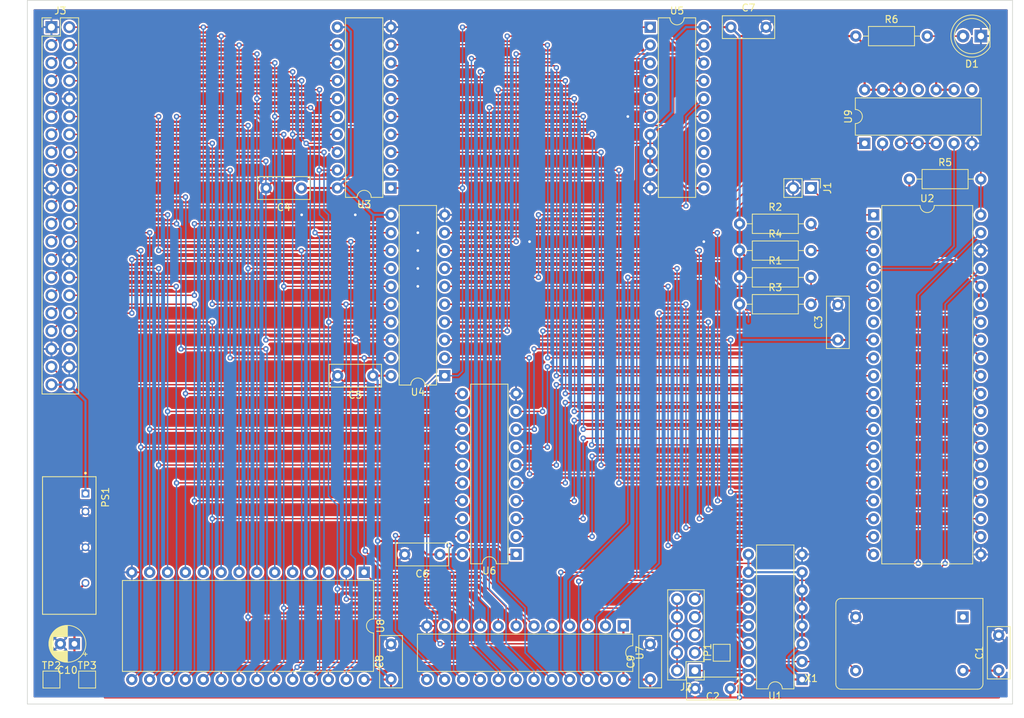
<source format=kicad_pcb>
(kicad_pcb (version 20211014) (generator pcbnew)
  (layers (0 "F.Cu" signal) (31 "B.Cu" signal) (34 "B.Paste" user) (35 "F.Paste" user) (36 "B.SilkS" user "B.Silkscreen") (37 "F.SilkS" user "F.Silkscreen") (38 "B.Mask" user) (39 "F.Mask" user) (44 "Edge.Cuts" user))
  (net 0 "")
  (net 1 "+5V")
  (net 2 "GND")
  (net 3 "Net-(J1-Pad1)")
  (net 4 "CLK")
  (net 5 "~{BD_EN}")
  (net 6 "/8M")
  (net 7 "+12V")
  (net 8 "/4M")
  (net 9 "/2M")
  (net 10 "/1M")
  (net 11 "/500K")
  (net 12 "~{MEM}")
  (net 13 "/A0")
  (net 14 "/A4")
  (net 15 "/A1")
  (net 16 "/A5")
  (net 17 "/A2")
  (net 18 "/A6")
  (net 19 "/A3")
  (net 20 "/A7")
  (net 21 "/D0")
  (net 22 "/D4")
  (net 23 "/D1")
  (net 24 "/D5")
  (net 25 "/D2")
  (net 26 "/D6")
  (net 27 "/D3")
  (net 28 "/D7")
  (net 29 "Net-(D1-Pad2)")
  (net 30 "B_A0")
  (net 31 "B_A4")
  (net 32 "B_A1")
  (net 33 "B_A5")
  (net 34 "B_A2")
  (net 36 "B_A6")
  (net 37 "/A8")
  (net 38 "/A12")
  (net 39 "/A9")
  (net 40 "/A13")
  (net 41 "/A10")
  (net 42 "/A14")
  (net 43 "/A11")
  (net 44 "/A15")
  (net 45 "B_A3")
  (net 46 "CLK_37")
  (net 47 "Net-(R2-Pad2)")
  (net 48 "Net-(R3-Pad2)")
  (net 49 "Net-(R4-Pad2)")
  (net 51 "CLK_39")
  (net 52 "B_A7")
  (net 53 "B_D0")
  (net 55 "B_D4")
  (net 56 "B_D1")
  (net 57 "B_D5")
  (net 59 "B_D2")
  (net 60 "B_D6")
  (net 61 "B_D3")
  (net 62 "B_D7")
  (net 63 "B_ECLK")
  (net 64 "~{B_IO}")
  (net 65 "~{B_RD}")
  (net 66 "~{B_WR}")
  (net 67 "~{IRQ0}")
  (net 68 "~{IRQ1}")
  (net 69 "~{RESET}")
  (net 70 "PCLK")
  (net 71 "B_A8")
  (net 72 "B_A12")
  (net 73 "B_A9")
  (net 74 "B_A13")
  (net 75 "B_A10")
  (net 76 "B_A14")
  (net 77 "B_A11")
  (net 78 "B_A15")
  (net 79 "~{B_RAM}")
  (net 80 "~{IRQ}")
  (net 81 "R{slash}~{W}")
  (net 82 "ECLK")
  (net 83 "~{RAM}")
  (net 84 "~{IO}")
  (net 85 "~{RD}")
  (net 86 "~{WR}")
  (net 88 "Net-(U9-Pad3)")
  (net 91 "/MEM_CONN/~{ROM}")
  (net 92 "BUS_DIR")
  (net 93 "~{BUS_EN}")
  (footprint "TestPoint:TestPoint_Pad_2.0x2.0mm" (layer "F.Cu") (at 58.42 147.32)
    (fp_text reference "TP2")
    (fp_text value "TestPoint")
  )
  (footprint "Package_DIP:DIP-16_W7.62mm" (layer "F.Cu") (at 165.09 147.305 180)
    (fp_text reference "U1")
    (fp_text value "74LS161")
  )
  (footprint "Package_DIP:DIP-40_W15.24mm" (layer "F.Cu") (at 175.255 81.285)
    (fp_text reference "U2")
    (fp_text value "W65C02SxP / MC6802 / R6502")
  )
  (footprint "TestPoint:TestPoint_Pad_2.0x2.0mm" (layer "F.Cu") (at 153.67 143.51 90)
    (fp_text reference "TP1")
    (fp_text value "TestPoint")
  )
  (footprint "Resistor_THT:R_Axial_DIN0207_L6.3mm_D2.5mm_P10.16mm_Horizontal" (layer "F.Cu") (at 172.72 55.88)
    (fp_text reference "R6")
    (fp_text value "1K")
  )
  (footprint "Resistor_THT:R_Axial_DIN0207_L6.3mm_D2.5mm_P10.16mm_Horizontal" (layer "F.Cu") (at 180.34 76.2)
    (fp_text reference "R5")
    (fp_text value "10.5K")
  )
  (footprint "Resistor_THT:R_Axial_DIN0207_L6.3mm_D2.5mm_P10.16mm_Horizontal" (layer "F.Cu") (at 156.21 86.36)
    (fp_text reference "R4")
    (fp_text value "10.5K")
  )
  (footprint "Capacitor_THT:CP_Radial_D5.0mm_P2.00mm" (layer "F.Cu") (at 61.69 142.24 180)
    (fp_text reference "C10")
    (fp_text value "10 uF")
  )
  (footprint "Capacitor_THT:C_Rect_L7.2mm_W3.0mm_P5.00mm_FKS2_FKP2_MKS2_MKP2" (layer "F.Cu") (at 93.94 77.47 180)
    (fp_text reference "C4")
    (fp_text value "0.1 uF")
  )
  (footprint "TBA_2-1211:CONV_TBA_2-1211" (layer "F.Cu") (at 60.96 128.27 -90)
    (fp_text reference "PS1")
    (fp_text value "TBA_2-1211")
  )
  (footprint "Connector_PinHeader_2.54mm:PinHeader_1x02_P2.54mm_Vertical" (layer "F.Cu") (at 166.37 77.47 -90)
    (fp_text reference "J1")
    (fp_text value "Conn_01x02")
  )
  (footprint "Package_DIP:DIP-24_W7.62mm" (layer "F.Cu") (at 139.7 139.7 -90)
    (fp_text reference "U7")
    (fp_text value "ATF22V10C")
  )
  (footprint "Capacitor_THT:C_Rect_L7.2mm_W3.0mm_P5.00mm_FKS2_FKP2_MKS2_MKP2" (layer "F.Cu") (at 154.98 54.61)
    (fp_text reference "C7")
    (fp_text value "0.1 uF")
  )
  (footprint "Oscillator:Oscillator_DIP-14" (layer "F.Cu") (at 187.96 138.43 180)
    (fp_text reference "X1")
    (fp_text value "8.0 MHz")
  )
  (footprint "Capacitor_THT:C_Rect_L7.2mm_W3.0mm_P5.00mm_FKS2_FKP2_MKS2_MKP2" (layer "F.Cu") (at 143.51 147.28 90)
    (fp_text reference "C9")
    (fp_text value "0.1 uF")
  )
  (footprint "Package_DIP:DIP-20_W7.62mm" (layer "F.Cu") (at 114.3 104.14 180)
    (fp_text reference "U4")
    (fp_text value "74LS573")
  )
  (footprint "Package_DIP:DIP-20_W7.62mm" (layer "F.Cu") (at 124.45 129.535 180)
    (fp_text reference "U6")
    (fp_text value "74LS245")
  )
  (footprint "Resistor_THT:R_Axial_DIN0207_L6.3mm_D2.5mm_P10.16mm_Horizontal" (layer "F.Cu") (at 156.21 82.55)
    (fp_text reference "R2")
    (fp_text value "10.5K")
  )
  (footprint "Connector_PinHeader_2.54mm:PinHeader_2x21_P2.54mm_Vertical" (layer "F.Cu") (at 58.42 54.61)
    (fp_text reference "J3")
    (fp_text value "Conn_02x21_Odd_Even")
  )
  (footprint "TestPoint:TestPoint_Pad_2.0x2.0mm" (layer "F.Cu") (at 63.5 147.32)
    (fp_text reference "TP3")
    (fp_text value "TestPoint")
  )
  (footprint "Capacitor_THT:C_Rect_L7.2mm_W3.0mm_P5.00mm_FKS2_FKP2_MKS2_MKP2" (layer "F.Cu") (at 154.9 148.59 180)
    (fp_text reference "C2")
    (fp_text value "0.1 uF")
  )
  (footprint "Package_DIP:DIP-20_W7.62mm" (layer "F.Cu") (at 143.51 54.61)
    (fp_text reference "U5")
    (fp_text value "74LS573")
  )
  (footprint "Capacitor_THT:C_Rect_L7.2mm_W3.0mm_P5.00mm_FKS2_FKP2_MKS2_MKP2" (layer "F.Cu") (at 193.04 146.01 90)
    (fp_text reference "C1")
    (fp_text value "0.1 uF")
  )
  (footprint "LED_THT:LED_D5.0mm" (layer "F.Cu") (at 190.5 55.88 180)
    (fp_text reference "D1")
    (fp_text value "IRL81A")
  )
  (footprint "Capacitor_THT:C_Rect_L7.2mm_W3.0mm_P5.00mm_FKS2_FKP2_MKS2_MKP2" (layer "F.Cu") (at 113.625 129.54 180)
    (fp_text reference "C6")
    (fp_text value "0.1 uF")
  )
  (footprint "Connector_PinHeader_2.54mm:PinHeader_2x05_P2.54mm_Vertical" (layer "F.Cu") (at 149.865 146.045 180)
    (fp_text reference "J2")
    (fp_text value "Conn_02x05_Odd_Even")
  )
  (footprint "Package_DIP:DIP-28_W15.24mm" (layer "F.Cu") (at 102.86 132.075 -90)
    (fp_text reference "U8")
    (fp_text value "28C256")
  )
  (footprint "Resistor_THT:R_Axial_DIN0207_L6.3mm_D2.5mm_P10.16mm_Horizontal" (layer "F.Cu") (at 156.21 93.98)
    (fp_text reference "R3")
    (fp_text value "10.5K")
  )
  (footprint "Package_DIP:DIP-14_W7.62mm" (layer "F.Cu") (at 173.99 71.12 90)
    (fp_text reference "U9")
    (fp_text value "74LS00")
  )
  (footprint "Capacitor_THT:C_Rect_L7.2mm_W3.0mm_P5.00mm_FKS2_FKP2_MKS2_MKP2" (layer "F.Cu") (at 170.18 99.06 90)
    (fp_text reference "C3")
    (fp_text value "0.1 uF")
  )
  (footprint "Capacitor_THT:C_Rect_L7.2mm_W3.0mm_P5.00mm_FKS2_FKP2_MKS2_MKP2" (layer "F.Cu") (at 106.68 147.28 90)
    (fp_text reference "C8")
    (fp_text value "0.1 uF")
  )
  (footprint "Capacitor_THT:C_Rect_L7.2mm_W3.0mm_P5.00mm_FKS2_FKP2_MKS2_MKP2" (layer "F.Cu") (at 104.1 104.14 180)
    (fp_text reference "C5")
    (fp_text value "0.1 uF")
  )
  (footprint "Resistor_THT:R_Axial_DIN0207_L6.3mm_D2.5mm_P10.16mm_Horizontal" (layer "F.Cu") (at 156.21 90.17)
    (fp_text reference "R1")
    (fp_text value "10.5K")
  )
  (footprint "Package_DIP:DIP-20_W7.62mm" (layer "F.Cu") (at 106.67 77.465 180)
    (fp_text reference "U3")
    (fp_text value "74LS573")
  )
  (gr_rect locked (start 54.999992 50.8) (end 194.999995 150.800003) (layer "Edge.Cuts") (width 0.1) (fill none))
  (segment (start 157.48 96.52) (end 157.48 95.25) (width 0.2032) (layer "B.Cu") (net 0))
  (segment (start 157.48 95.25) (end 157.306158 95.076158) (width 0.2032) (layer "B.Cu") (net 0))
  (segment (start 190.495 91.445) (end 186.7486 87.6986) (width 0.3048) (layer "F.Cu") (net 1))
  (segment (start 61.69 145.51) (end 63.5 147.32) (width 0.3048) (layer "F.Cu") (net 1))
  (segment (start 184.15 62.23) (end 184.15 63.5) (width 0.3048) (layer "F.Cu") (net 1))
  (segment (start 154.94 149.86) (end 193.04 149.86) (width 0.3048) (layer "F.Cu") (net 1))
  (segment (start 179.07 62.23) (end 179.705 61.595) (width 0.3048) (layer "F.Cu") (net 1))
  (segment (start 165.09 147.305) (end 157.47 147.305) (width 0.3048) (layer "F.Cu") (net 1))
  (segment (start 61.69 135.165) (end 61.69 142.24) (width 0.3048) (layer "F.Cu") (net 1))
  (segment (start 109.855 127.635) (end 104.775 127.635) (width 0.3048) (layer "F.Cu") (net 1))
  (segment (start 106.68 149.86) (end 106.68 147.28) (width 0.3048) (layer "F.Cu") (net 1))
  (segment (start 184.15 63.5) (end 186.69 63.5) (width 0.3048) (layer "F.Cu") (net 1))
  (segment (start 143.51 147.28) (end 143.51 149.86) (width 0.3048) (layer "F.Cu") (net 1))
  (segment (start 183.515 61.595) (end 184.15 62.23) (width 0.3048) (layer "F.Cu") (net 1))
  (segment (start 139.7 147.32) (end 143.47 147.32) (width 0.3048) (layer "F.Cu") (net 1))
  (segment (start 154.9 149.82) (end 154.9 148.59) (width 0.3048) (layer "F.Cu") (net 1))
  (segment (start 143.47 147.32) (end 143.51 147.28) (width 0.3048) (layer "F.Cu") (net 1))
  (segment (start 157.5486 87.6986) (end 156.21 86.36) (width 0.3048) (layer "F.Cu") (net 1))
  (segment (start 106.645 147.315) (end 106.68 147.28) (width 0.3048) (layer "F.Cu") (net 1))
  (segment (start 66.04 149.86) (end 106.68 149.86) (width 0.3048) (layer "F.Cu") (net 1))
  (segment (start 148.59 77.47) (end 146.05 74.93) (width 0.3048) (layer "F.Cu") (net 1))
  (segment (start 63.5 147.32) (end 66.04 149.86) (width 0.3048) (layer "F.Cu") (net 1))
  (segment (start 156.25 55.88) (end 154.98 54.61) (width 0.3048) (layer "F.Cu") (net 1))
  (segment (start 157.47 147.305) (end 156.185 147.305) (width 0.3048) (layer "F.Cu") (net 1))
  (segment (start 61.69 142.24) (end 61.69 145.51) (width 0.3048) (layer "F.Cu") (net 1))
  (segment (start 154.94 149.86) (end 154.9 149.82) (width 0.3048) (layer "F.Cu") (net 1))
  (segment (start 113.63 129.535) (end 113.625 129.54) (width 0.3048) (layer "F.Cu") (net 1))
  (segment (start 187.96 146.05) (end 193 146.05) (width 0.3048) (layer "F.Cu") (net 1))
  (segment (start 175.25 99.06) (end 175.255 99.065) (width 0.3048) (layer "F.Cu") (net 1))
  (segment (start 102.86 147.315) (end 106.645 147.315) (width 0.3048) (layer "F.Cu") (net 1))
  (segment (start 193.04 149.86) (end 193.04 146.01) (width 0.3048) (layer "F.Cu") (net 1))
  (segment (start 173.985 57.145) (end 172.72 55.88) (width 0.3048) (layer "F.Cu") (net 1))
  (segment (start 186.7486 87.6986) (end 157.5486 87.6986) (width 0.3048) (layer "F.Cu") (net 1))
  (segment (start 143.51 149.86) (end 154.94 149.86) (width 0.3048) (layer "F.Cu") (net 1))
  (segment (start 151.13 54.61) (end 154.98 54.61) (width 0.3048) (layer "F.Cu") (net 1))
  (segment (start 99.045 77.47) (end 99.05 77.465) (width 0.3048) (layer "F.Cu") (net 1))
  (segment (start 193 146.05) (end 193.04 146.01) (width 0.3048) (layer "F.Cu") (net 1))
  (segment (start 173.985 63.49) (end 173.985 57.145) (width 0.3048) (layer "F.Cu") (net 1))
  (segment (start 116.83 129.535) (end 113.63 129.535) (width 0.3048) (layer "F.Cu") (net 1))
  (segment (start 156.185 147.305) (end 154.9 148.59) (width 0.3048) (layer "F.Cu") (net 1))
  (segment (start 111.76 129.54) (end 109.855 127.635) (width 0.3048) (layer "F.Cu") (net 1))
  (segment (start 151.13 77.47) (end 148.59 77.47) (width 0.3048) (layer "F.Cu") (net 1))
  (segment (start 63.26 133.595) (end 61.69 135.165) (width 0.3048) (layer "F.Cu") (net 1))
  (segment (start 93.94 77.47) (end 99.045 77.47) (width 0.3048) (layer "F.Cu") (net 1))
  (segment (start 106.68 149.86) (end 143.51 149.86) (width 0.3048) (layer "F.Cu") (net 1))
  (segment (start 146.05 74.93) (end 143.51 74.93) (width 0.3048) (layer "F.Cu") (net 1))
  (segment (start 172.72 55.88) (end 156.25 55.88) (width 0.3048) (layer "F.Cu") (net 1))
  (segment (start 139.7 139.7) (end 139.7 147.32) (width 0.3048) (layer "F.Cu") (net 1))
  (segment (start 104.1 104.14) (end 106.68 104.14) (width 0.3048) (layer "F.Cu") (net 1))
  (segment (start 173.99 63.5) (end 179.07 63.5) (width 0.3048) (layer "F.Cu") (net 1))
  (segment (start 179.705 61.595) (end 183.515 61.595) (width 0.3048) (layer "F.Cu") (net 1))
  (segment (start 180.34 76.2) (end 180.34 87.63) (width 0.3048) (layer "F.Cu") (net 1))
  (segment (start 179.07 63.5) (end 179.07 62.23) (width 0.3048) (layer "F.Cu") (net 1))
  (segment (start 170.18 99.06) (end 175.25 99.06) (width 0.3048) (layer "F.Cu") (net 1))
  (segment (start 113.625 129.54) (end 111.76 129.54) (width 0.3048) (layer "F.Cu") (net 1))
  (via (at 116.84 129.54) (size 0.762) (drill 0.381) (layers "F.Cu" "B.Cu") (net 1))
  (via (at 156.21 149.86) (size 0.762) (drill 0.381) (layers "F.Cu" "B.Cu") (net 1))
  (via (at 104.775 127.635) (size 0.762) (drill 0.381) (layers "F.Cu" "B.Cu") (net 1))
  (segment (start 106.68 147.28) (end 106.64 147.28) (width 0.3048) (layer "B.Cu") (net 1))
  (segment (start 100.325 77.465) (end 99.05 77.465) (width 0.3048) (layer "B.Cu") (net 1))
  (segment (start 190.495 91.445) (end 190.495 93.985) (width 0.3048) (layer "B.Cu") (net 1))
  (segment (start 156.21 93.98) (end 156.21 82.55) (width 0.3048) (layer "B.Cu") (net 1))
  (segment (start 146.685 66.675) (end 146.685 56.515) (width 0.3048) (layer "B.Cu") (net 1))
  (segment (start 165.09 142.225) (end 165.09 132.065) (width 0.3048) (layer "B.Cu") (net 1))
  (segment (start 157.47 129.53) (end 157.48 129.54) (width 0.3048) (layer "B.Cu") (net 1))
  (segment (start 156.21 55.84) (end 154.98 54.61) (width 0.3048) (layer "B.Cu") (net 1))
  (segment (start 104.14 104.1) (end 104.14 81.28) (width 0.3048) (layer "B.Cu") (net 1))
  (segment (start 100.965 75.55) (end 100.965 55.245) (width 0.3048) (layer "B.Cu") (net 1))
  (segment (start 106.68 81.28) (end 104.14 81.28) (width 0.3048) (layer "B.Cu") (net 1))
  (segment (start 146.685 56.515) (end 148.59 54.61) (width 0.3048) (layer "B.Cu") (net 1))
  (segment (start 157.47 129.55) (end 157.47 132.065) (width 0.3048) (layer "B.Cu") (net 1))
  (segment (start 157.47 132.065) (end 165.09 132.065) (width 0.3048) (layer "B.Cu") (net 1))
  (segment (start 99.02 77.47) (end 99.695 77.47) (width 0.3048) (layer "B.Cu") (net 1))
  (segment (start 106.64 147.28) (end 104.775 145.415) (width 0.3048) (layer "B.Cu") (net 1))
  (segment (start 104.1 104.14) (end 104.14 104.1) (width 0.3048) (layer "B.Cu") (net 1))
  (segment (start 148.59 54.61) (end 151.13 54.61) (width 0.3048) (layer "B.Cu") (net 1))
  (segment (start 156.21 82.55) (end 156.21 55.84) (width 0.3048) (layer "B.Cu") (net 1))
  (segment (start 100.325 54.605) (end 99.05 54.605) (width 0.3048) (layer "B.Cu") (net 1))
  (segment (start 143.51 69.85) (end 143.51 74.93) (width 0.3048) (layer "B.Cu") (net 1))
  (segment (start 165.09 142.225) (end 163.195 144.12) (width 0.3048) (layer "B.Cu") (net 1))
  (segment (start 100.965 55.245) (end 100.325 54.605) (width 0.3048) (layer "B.Cu") (net 1))
  (segment (start 157.47 129.525) (end 157.47 129.53) (width 0.3048) (layer "B.Cu") (net 1))
  (segment (start 163.195 145.41) (end 165.09 147.305) (width 0.3048) (layer "B.Cu") (net 1))
  (segment (start 157.48 129.54) (end 157.47 129.55) (width 0.3048) (layer "B.Cu") (net 1))
  (segment (start 163.195 144.12) (end 163.195 145.41) (width 0.3048) (layer "B.Cu") (net 1))
  (segment (start 104.14 81.28) (end 100.325 77.465) (width 0.3048) (layer "B.Cu") (net 1))
  (segment (start 104.775 104.815) (end 104.1 104.14) (width 0.3048) (layer "B.Cu") (net 1))
  (segment (start 104.775 145.415) (end 104.775 104.815) (width 0.3048) (layer "B.Cu") (net 1))
  (segment (start 170.18 99.06) (end 156.21 99.06) (width 0.3048) (layer "B.Cu") (net 1))
  (segment (start 156.21 93.98) (end 156.21 99.06) (width 0.3048) (layer "B.Cu") (net 1))
  (segment (start 156.21 99.06) (end 156.21 149.86) (width 0.3048) (layer "B.Cu") (net 1))
  (segment (start 146.685 66.675) (end 143.51 69.85) (width 0.3048) (layer "B.Cu") (net 1))
  (segment (start 99.05 77.465) (end 100.965 75.55) (width 0.3048) (layer "B.Cu") (net 1))
  (via (at 93.98 81.28) (size 0.762) (drill 0.381) (layers "F.Cu" "B.Cu") (net 2))
  (via (at 110.49 91.44) (size 0.762) (drill 0.381) (layers "F.Cu" "B.Cu") (net 2))
  (via (at 126.365 85.09) (size 0.762) (drill 0.381) (layers "F.Cu" "B.Cu") (net 2))
  (via (at 101.6 81.28) (size 0.762) (drill 0.381) (layers "F.Cu" "B.Cu") (net 2))
  (via (at 151.13 85.09) (size 0.762) (drill 0.381) (layers "F.Cu" "B.Cu") (net 2))
  (via (at 110.49 83.82) (size 0.762) (drill 0.381) (layers "F.Cu" "B.Cu") (net 2))
  (via (at 140.335 67.31) (size 0.762) (drill 0.381) (layers "F.Cu" "B.Cu") (net 2))
  (via (at 110.49 88.9) (size 0.762) (drill 0.381) (layers "F.Cu" "B.Cu") (net 2))
  (via (at 110.49 86.36) (size 0.762) (drill 0.381) (layers "F.Cu" "B.Cu") (net 2))
  (segment (start 170.185 81.285) (end 166.37 77.47) (width 0.2032) (layer "F.Cu") (net 3))
  (segment (start 175.255 81.285) (end 170.185 81.285) (width 0.2032) (layer "F.Cu") (net 3))
  (segment (start 175.25 81.28) (end 175.255 81.285) (width 0.2032) (layer "F.Cu") (net 3))
  (segment (start 175.26 81.28) (end 175.255 81.285) (width 0.2032) (layer "F.Cu") (net 3))
  (segment (start 134.62 139.7) (end 134.62 138.43) (width 0.2032) (layer "F.Cu") (net 4))
  (segment (start 147.32 137.16) (end 147.325 137.165) (width 0.2032) (layer "F.Cu") (net 4))
  (segment (start 135.89 137.16) (end 147.32 137.16) (width 0.2032) (layer "F.Cu") (net 4))
  (segment (start 147.325 146.045) (end 147.325 135.885) (width 0.2032) (layer "F.Cu") (net 4))
  (segment (start 134.62 138.43) (end 135.89 137.16) (width 0.2032) (layer "F.Cu") (net 4))
  (segment (start 129.54 139.7) (end 127 142.24) (width 0.2032) (layer "F.Cu") (net 5))
  (segment (start 106.67 77.465) (end 106.675 77.47) (width 0.2032) (layer "F.Cu") (net 5))
  (segment (start 106.675 77.47) (end 116.84 77.47) (width 0.2032) (layer "F.Cu") (net 5))
  (segment (start 127 142.24) (end 113.665 142.24) (width 0.2032) (layer "F.Cu") (net 5))
  (segment (start 64.77 105.41) (end 111.76 105.41) (width 0.2032) (layer "F.Cu") (net 5))
  (segment (start 63.5 104.14) (end 64.77 105.41) (width 0.2032) (layer "F.Cu") (net 5))
  (segment (start 113.03 104.14) (end 114.3 104.14) (width 0.2032) (layer "F.Cu") (net 5))
  (segment (start 111.76 105.41) (end 113.03 104.14) (width 0.2032) (layer "F.Cu") (net 5))
  (segment (start 143.51 54.61) (end 116.84 54.61) (width 0.2032) (layer "F.Cu") (net 5))
  (segment (start 58.42 102.87) (end 59.69 104.14) (width 0.2032) (layer "F.Cu") (net 5))
  (segment (start 59.69 104.14) (end 63.5 104.14) (width 0.2032) (layer "F.Cu") (net 5))
  (via (at 116.84 77.47) (size 0.762) (drill 0.381) (layers "F.Cu" "B.Cu") (net 5))
  (via (at 113.665 142.24) (size 0.762) (drill 0.381) (layers "F.Cu" "B.Cu") (net 5))
  (via (at 116.84 54.61) (size 0.762) (drill 0.381) (layers "F.Cu" "B.Cu") (net 5))
  (segment (start 113.03 141.605) (end 113.665 142.24) (width 0.2032) (layer "B.Cu") (net 5))
  (segment (start 116.205 104.14) (end 114.3 104.14) (width 0.2032) (layer "B.Cu") (net 5))
  (segment (start 116.84 103.505) (end 116.205 104.14) (width 0.2032) (layer "B.Cu") (net 5))
  (segment (start 114.3 104.14) (end 113.03 104.14) (width 0.2032) (layer "B.Cu") (net 5))
  (segment (start 111.76 105.41) (end 111.76 136.525) (width 0.2032) (layer "B.Cu") (net 5))
  (segment (start 113.03 104.14) (end 111.76 105.41) (width 0.2032) (layer "B.Cu") (net 5))
  (segment (start 111.76 136.525) (end 113.03 137.795) (width 0.2032) (layer "B.Cu") (net 5))
  (segment (start 113.03 137.795) (end 113.03 141.605) (width 0.2032) (layer "B.Cu") (net 5))
  (segment (start 116.84 54.61) (end 116.84 103.505) (width 0.2032) (layer "B.Cu") (net 5))
  (segment (start 172.72 146.05) (end 171.435 144.765) (width 0.2032) (layer "F.Cu") (net 6))
  (segment (start 162.575 144.765) (end 161.29 146.05) (width 0.2032) (layer "F.Cu") (net 6))
  (segment (start 171.435 144.765) (end 165.09 144.765) (width 0.2032) (layer "F.Cu") (net 6))
  (segment (start 161.29 146.05) (end 161.285 146.045) (width 0.2032) (layer "F.Cu") (net 6))
  (segment (start 161.285 146.045) (end 149.865 146.045) (width 0.2032) (layer "F.Cu") (net 6))
  (segment (start 165.09 144.765) (end 162.575 144.765) (width 0.2032) (layer "F.Cu") (net 6))
  (segment (start 58.42 105.41) (end 60.96 105.41) (width 0.3048) (layer "B.Cu") (net 7))
  (segment (start 63.26 120.895) (end 63.26 107.71) (width 0.3048) (layer "B.Cu") (net 7))
  (segment (start 63.26 107.71) (end 60.96 105.41) (width 0.3048) (layer "B.Cu") (net 7))
  (segment (start 157.47 142.225) (end 157.455 142.24) (width 0.2032) (layer "F.Cu") (net 8))
  (segment (start 155.575 140.97) (end 152.4 140.97) (width 0.2032) (layer "F.Cu") (net 8))
  (segment (start 157.455 142.24) (end 156.845 142.24) (width 0.2032) (layer "F.Cu") (net 8))
  (segment (start 152.4 140.97) (end 149.865 143.505) (width 0.2032) (layer "F.Cu") (net 8))
  (segment (start 156.845 142.24) (end 155.575 140.97) (width 0.2032) (layer "F.Cu") (net 8))
  (segment (start 157.47 139.685) (end 151.145 139.685) (width 0.2032) (layer "F.Cu") (net 9))
  (segment (start 151.145 139.685) (end 149.865 140.965) (width 0.2032) (layer "F.Cu") (net 9))
  (segment (start 151.145 137.145) (end 149.865 138.425) (width 0.2032) (layer "F.Cu") (net 10))
  (segment (start 157.47 137.145) (end 151.145 137.145) (width 0.2032) (layer "F.Cu") (net 10))
  (segment (start 151.145 134.605) (end 149.865 135.885) (width 0.2032) (layer "F.Cu") (net 11))
  (segment (start 157.47 134.605) (end 151.145 134.605) (width 0.2032) (layer "F.Cu") (net 11))
  (segment (start 175.255 91.445) (end 153.675 91.445) (width 0.2032) (layer "F.Cu") (net 12))
  (segment (start 152.4 90.17) (end 140.335 90.17) (width 0.2032) (layer "F.Cu") (net 12))
  (segment (start 153.675 91.445) (end 152.4 90.17) (width 0.2032) (layer "F.Cu") (net 12))
  (segment (start 166.37 90.17) (end 166.37 91.44) (width 0.2032) (layer "F.Cu") (net 12))
  (via (at 140.335 90.17) (size 0.762) (drill 0.381) (layers "F.Cu" "B.Cu") (net 12))
  (segment (start 132.08 133.35) (end 140.335 125.095) (width 0.2032) (layer "B.Cu") (net 12))
  (segment (start 132.08 139.7) (end 132.08 133.35) (width 0.2032) (layer "B.Cu") (net 12))
  (segment (start 140.335 125.095) (end 140.335 90.17) (width 0.2032) (layer "B.Cu") (net 12))
  (segment (start 106.7153 57.0997) (end 106.67 57.145) (width 0.2032) (layer "F.Cu") (net 13))
  (segment (start 128.8547 57.0997) (end 106.7153 57.0997) (width 0.2032) (layer "F.Cu") (net 13))
  (segment (start 128.905 57.15) (end 128.8547 57.0997) (width 0.2032) (layer "F.Cu") (net 13))
  (segment (start 175.255 101.605) (end 128.9603 101.605) (width 0.2032) (layer "F.Cu") (net 13))
  (segment (start 128.9603 101.605) (end 128.9553 101.6) (width 0.2032) (layer "F.Cu") (net 13))
  (via (at 128.9553 101.6) (size 0.762) (drill 0.381) (layers "F.Cu" "B.Cu") (net 13))
  (via (at 128.905 57.15) (size 0.762) (drill 0.381) (layers "F.Cu" "B.Cu") (net 13))
  (segment (start 128.905 57.15) (end 128.9553 57.2003) (width 0.2032) (layer "B.Cu") (net 13))
  (segment (start 128.9553 57.2003) (end 128.9553 101.6) (width 0.2032) (layer "B.Cu") (net 13))
  (segment (start 175.255 111.765) (end 133.99 111.765) (width 0.2032) (layer "F.Cu") (net 14))
  (segment (start 106.675 67.31) (end 106.67 67.305) (width 0.2032) (layer "F.Cu") (net 14))
  (segment (start 133.985 67.31) (end 106.675 67.31) (width 0.2032) (layer "F.Cu") (net 14))
  (segment (start 133.99 111.765) (end 133.985 111.76) (width 0.2032) (layer "F.Cu") (net 14))
  (via (at 133.985 67.31) (size 0.762) (drill 0.381) (layers "F.Cu" "B.Cu") (net 14))
  (via (at 133.985 111.76) (size 0.762) (drill 0.381) (layers "F.Cu" "B.Cu") (net 14))
  (segment (start 133.985 111.76) (end 134.0353 111.7097) (width 0.2032) (layer "B.Cu") (net 14))
  (segment (start 134.0353 67.3603) (end 133.985 67.31) (width 0.2032) (layer "B.Cu") (net 14))
  (segment (start 134.0353 111.7097) (end 134.0353 67.3603) (width 0.2032) (layer "B.Cu") (net 14))
  (segment (start 175.255 104.145) (end 130.18 104.145) (width 0.2032) (layer "F.Cu") (net 15))
  (segment (start 107.080901 60.095901) (end 129.895601 60.095901) (width 0.2032) (layer "F.Cu") (net 15))
  (segment (start 129.895601 60.095901) (end 130.175 60.3753) (width 0.2032) (layer "F.Cu") (net 15))
  (segment (start 106.67 59.685) (end 107.080901 60.095901) (width 0.2032) (layer "F.Cu") (net 15))
  (segment (start 130.18 104.145) (end 130.175 104.14) (width 0.2032) (layer "F.Cu") (net 15))
  (via (at 130.175 104.14) (size 0.762) (drill 0.381) (layers "F.Cu" "B.Cu") (net 15))
  (via (at 130.175 60.3753) (size 0.762) (drill 0.381) (layers "F.Cu" "B.Cu") (net 15))
  (segment (start 130.2253 60.4256) (end 130.175 60.3753) (width 0.2032) (layer "B.Cu") (net 15))
  (segment (start 130.2253 104.0897) (end 130.2253 60.4256) (width 0.2032) (layer "B.Cu") (net 15))
  (segment (start 130.175 104.14) (end 130.2253 104.0897) (width 0.2032) (layer "B.Cu") (net 15))
  (segment (start 174.12363 114.305) (end 173.791286 113.972656) (width 0.2032) (layer "F.Cu") (net 16))
  (segment (start 135.255 69.85) (end 125.095 69.85) (width 0.2032) (layer "F.Cu") (net 16))
  (segment (start 173.791286 113.972656) (end 135.187583 113.972656) (width 0.2032) (layer "F.Cu") (net 16))
  (segment (start 106.675 69.85) (end 125.73 69.85) (width 0.2032) (layer "F.Cu") (net 16))
  (segment (start 106.67 69.845) (end 106.675 69.85) (width 0.2032) (layer "F.Cu") (net 16))
  (segment (start 175.255 114.305) (end 175.26 114.3) (width 0.2032) (layer "F.Cu") (net 16))
  (segment (start 175.255 114.305) (end 174.12363 114.305) (width 0.2032) (layer "F.Cu") (net 16))
  (via (at 135.255 69.85) (size 0.762) (drill 0.381) (layers "F.Cu" "B.Cu") (net 16))
  (via (at 135.187583 113.972656) (size 0.762) (drill 0.381) (layers "F.Cu" "B.Cu") (net 16))
  (segment (start 135.3053 69.9003) (end 135.3053 113.854939) (width 0.2032) (layer "B.Cu") (net 16))
  (segment (start 135.3053 113.854939) (end 135.187583 113.972656) (width 0.2032) (layer "B.Cu") (net 16))
  (segment (start 135.255 69.85) (end 135.3053 69.9003) (width 0.2032) (layer "B.Cu") (net 16))
  (segment (start 106.675 62.23) (end 106.67 62.225) (width 0.2032) (layer "F.Cu") (net 17))
  (segment (start 131.445 62.23) (end 106.675 62.23) (width 0.2032) (layer "F.Cu") (net 17))
  (segment (start 175.255 106.685) (end 131.445 106.685) (width 0.2032) (layer "F.Cu") (net 17))
  (segment (start 132.71 106.685) (end 131.445 106.685) (width 0.2032) (layer "F.Cu") (net 17))
  (segment (start 132.715 106.68) (end 132.71 106.685) (width 0.2032) (layer "F.Cu") (net 17))
  (via (at 131.445 62.23) (size 0.762) (drill 0.381) (layers "F.Cu" "B.Cu") (net 17))
  (via (at 131.445 106.685) (size 0.762) (drill 0.381) (layers "F.Cu" "B.Cu") (net 17))
  (segment (start 131.445 62.23) (end 131.4953 62.2803) (width 0.2032) (layer "B.Cu") (net 17))
  (segment (start 131.4953 106.6347) (end 131.445 106.685) (width 0.2032) (layer "B.Cu") (net 17))
  (segment (start 131.4953 62.2803) (end 131.4953 106.6347) (width 0.2032) (layer "B.Cu") (net 17))
  (segment (start 136.53 116.845) (end 136.525 116.84) (width 0.2032) (layer "F.Cu") (net 18))
  (segment (start 106.675 72.39) (end 106.67 72.385) (width 0.2032) (layer "F.Cu") (net 18))
  (segment (start 136.525 72.39) (end 106.675 72.39) (width 0.2032) (layer "F.Cu") (net 18))
  (segment (start 175.255 116.845) (end 136.53 116.845) (width 0.2032) (layer "F.Cu") (net 18))
  (via (at 136.525 116.84) (size 0.762) (drill 0.381) (layers "F.Cu" "B.Cu") (net 18))
  (via (at 136.525 72.39) (size 0.762) (drill 0.381) (layers "F.Cu" "B.Cu") (net 18))
  (segment (start 136.5753 116.7897) (end 136.5753 72.4403) (width 0.2032) (layer "B.Cu") (net 18))
  (segment (start 136.5753 72.4403) (end 136.525 72.39) (width 0.2032) (layer "B.Cu") (net 18))
  (segment (start 136.525 116.84) (end 136.5753 116.7897) (width 0.2032) (layer "B.Cu") (net 18))
  (segment (start 175.255 109.225) (end 175.25 109.22) (width 0.2032) (layer "F.Cu") (net 19))
  (segment (start 132.715 64.77) (end 106.675 64.77) (width 0.2032) (layer "F.Cu") (net 19))
  (segment (start 175.25 109.22) (end 132.715 109.22) (width 0.2032) (layer "F.Cu") (net 19))
  (segment (start 106.675 64.77) (end 106.67 64.765) (width 0.2032) (layer "F.Cu") (net 19))
  (segment (start 175.255 109.225) (end 175.26 109.22) (width 0.2032) (layer "F.Cu") (net 19))
  (via (at 132.715 64.77) (size 0.762) (drill 0.381) (layers "F.Cu" "B.Cu") (net 19))
  (via (at 132.715 109.22) (size 0.762) (drill 0.381) (layers "F.Cu" "B.Cu") (net 19))
  (segment (start 132.715 109.22) (end 132.7653 109.1697) (width 0.2032) (layer "B.Cu") (net 19))
  (segment (start 132.7653 64.8203) (end 132.715 64.77) (width 0.2032) (layer "B.Cu") (net 19))
  (segment (start 132.7653 109.1697) (end 132.7653 64.8203) (width 0.2032) (layer "B.Cu") (net 19))
  (segment (start 106.675 74.93) (end 139.065 74.93) (width 0.2032) (layer "F.Cu") (net 20))
  (segment (start 175.255 119.385) (end 139.07 119.385) (width 0.2032) (layer "F.Cu") (net 20))
  (segment (start 106.67 74.925) (end 106.675 74.93) (width 0.2032) (layer "F.Cu") (net 20))
  (segment (start 139.07 119.385) (end 139.065 119.38) (width 0.2032) (layer "F.Cu") (net 20))
  (via (at 139.065 74.93) (size 0.762) (drill 0.381) (layers "F.Cu" "B.Cu") (net 20))
  (via (at 139.065 119.38) (size 0.762) (drill 0.381) (layers "F.Cu" "B.Cu") (net 20))
  (segment (start 139.065 74.93) (end 139.065 119.38) (width 0.2032) (layer "B.Cu") (net 20))
  (segment (start 128.2147 109.215) (end 128.2197 109.22) (width 0.2032) (layer "F.Cu") (net 21))
  (segment (start 189.22 97.79) (end 128.27 97.79) (width 0.2032) (layer "F.Cu") (net 21))
  (segment (start 190.495 99.065) (end 189.22 97.79) (width 0.2032) (layer "F.Cu") (net 21))
  (segment (start 124.45 109.215) (end 128.2147 109.215) (width 0.2032) (layer "F.Cu") (net 21))
  (via (at 128.27 97.79) (size 0.762) (drill 0.381) (layers "F.Cu" "B.Cu") (net 21))
  (via (at 128.2197 109.22) (size 0.762) (drill 0.381) (layers "F.Cu" "B.Cu") (net 21))
  (segment (start 128.27 97.79) (end 128.2197 97.8403) (width 0.2032) (layer "B.Cu") (net 21))
  (segment (start 128.2197 97.8403) (end 128.2197 109.22) (width 0.2032) (layer "B.Cu") (net 21))
  (segment (start 124.45 119.375) (end 131.44 119.375) (width 0.2032) (layer "F.Cu") (net 22))
  (segment (start 131.44 119.375) (end 131.445 119.38) (width 0.2032) (layer "F.Cu") (net 22))
  (segment (start 190.495 109.225) (end 189.22 107.95) (width 0.2032) (layer "F.Cu") (net 22))
  (segment (start 189.22 107.95) (end 131.445 107.95) (width 0.2032) (layer "F.Cu") (net 22))
  (via (at 131.445 119.38) (size 0.762) (drill 0.381) (layers "F.Cu" "B.Cu") (net 22))
  (via (at 131.445 107.95) (size 0.762) (drill 0.381) (layers "F.Cu" "B.Cu") (net 22))
  (segment (start 131.445 107.95) (end 131.445 119.38) (width 0.2032) (layer "B.Cu") (net 22))
  (segment (start 190.495 101.605) (end 189.22 100.33) (width 0.2032) (layer "F.Cu") (net 23))
  (segment (start 124.45 111.755) (end 127.0453 111.755) (width 0.2032) (layer "F.Cu") (net 23))
  (segment (start 189.22 100.33) (end 127 100.33) (width 0.2032) (layer "F.Cu") (net 23))
  (segment (start 127.0453 111.755) (end 127.0503 111.76) (width 0.2032) (layer "F.Cu") (net 23))
  (via (at 127 100.33) (size 0.762) (drill 0.381) (layers "F.Cu" "B.Cu") (net 23))
  (via (at 127.0503 111.76) (size 0.762) (drill 0.381) (layers "F.Cu" "B.Cu") (net 23))
  (segment (start 127 100.33) (end 127 111.7097) (width 0.2032) (layer "B.Cu") (net 23))
  (segment (start 127 111.7097) (end 127.0503 111.76) (width 0.2032) (layer "B.Cu") (net 23))
  (segment (start 190.495 111.765) (end 189.22 110.49) (width 0.2032) (layer "F.Cu") (net 24))
  (segment (start 189.22 110.49) (end 132.715 110.49) (width 0.2032) (layer "F.Cu") (net 24))
  (segment (start 132.71 121.915) (end 132.715 121.92) (width 0.2032) (layer "F.Cu") (net 24))
  (segment (start 124.45 121.915) (end 132.71 121.915) (width 0.2032) (layer "F.Cu") (net 24))
  (via (at 132.715 121.92) (size 0.762) (drill 0.381) (layers "F.Cu" "B.Cu") (net 24))
  (via (at 132.715 110.49) (size 0.762) (drill 0.381) (layers "F.Cu" "B.Cu") (net 24))
  (segment (start 132.715 110.49) (end 132.715 121.92) (width 0.2032) (layer "B.Cu") (net 24))
  (segment (start 128.9 114.295) (end 128.905 114.3) (width 0.2032) (layer "F.Cu") (net 25))
  (segment (start 124.455 114.295) (end 128.9 114.295) (width 0.2032) (layer "F.Cu") (net 25))
  (segment (start 190.495 104.145) (end 189.22 102.87) (width 0.2032) (layer "F.Cu") (net 25))
  (segment (start 189.22 102.87) (end 128.905 102.87) (width 0.2032) (layer "F.Cu") (net 25))
  (via (at 128.905 114.3) (size 0.762) (drill 0.381) (layers "F.Cu" "B.Cu") (net 25))
  (via (at 128.905 102.87) (size 0.762) (drill 0.381) (layers "F.Cu" "B.Cu") (net 25))
  (segment (start 128.905 102.87) (end 128.905 114.3) (width 0.2032) (layer "B.Cu") (net 25))
  (segment (start 133.98 124.455) (end 133.985 124.46) (width 0.2032) (layer "F.Cu") (net 26))
  (segment (start 189.22 113.03) (end 133.985 113.03) (width 0.2032) (layer "F.Cu") (net 26))
  (segment (start 124.45 124.455) (end 133.98 124.455) (width 0.2032) (layer "F.Cu") (net 26))
  (segment (start 190.495 114.305) (end 189.22 113.03) (width 0.2032) (layer "F.Cu") (net 26))
  (via (at 133.985 113.03) (size 0.762) (drill 0.381) (layers "F.Cu" "B.Cu") (net 26))
  (via (at 133.985 124.46) (size 0.762) (drill 0.381) (layers "F.Cu" "B.Cu") (net 26))
  (segment (start 133.985 113.03) (end 133.985 124.46) (width 0.2032) (layer "B.Cu") (net 26))
  (segment (start 130.175 116.84) (end 130.17 116.835) (width 0.2032) (layer "F.Cu") (net 27))
  (segment (start 190.495 106.685) (end 189.22 105.41) (width 0.2032) (layer "F.Cu") (net 27))
  (segment (start 189.22 105.41) (end 130.175 105.41) (width 0.2032) (layer "F.Cu") (net 27))
  (segment (start 130.17 116.835) (end 124.45 116.835) (width 0.2032) (layer "F.Cu") (net 27))
  (via (at 130.175 116.84) (size 0.762) (drill 0.381) (layers "F.Cu" "B.Cu") (net 27))
  (via (at 130.175 105.41) (size 0.762) (drill 0.381) (layers "F.Cu" "B.Cu") (net 27))
  (segment (start 130.175 105.41) (end 130.175 116.84) (width 0.2032) (layer "B.Cu") (net 27))
  (segment (start 190.495 116.845) (end 189.22 115.57) (width 0.2032) (layer "F.Cu") (net 28))
  (segment (start 135.25 126.995) (end 135.255 127) (width 0.2032) (layer "F.Cu") (net 28))
  (segment (start 189.22 115.57) (end 135.255 115.57) (width 0.2032) (layer "F.Cu") (net 28))
  (segment (start 124.45 126.995) (end 135.25 126.995) (width 0.2032) (layer "F.Cu") (net 28))
  (via (at 135.255 127) (size 0.762) (drill 0.381) (layers "F.Cu" "B.Cu") (net 28))
  (via (at 135.255 115.57) (size 0.762) (drill 0.381) (layers "F.Cu" "B.Cu") (net 28))
  (segment (start 135.255 115.57) (end 135.255 127) (width 0.2032) (layer "B.Cu") (net 28))
  (segment (start 182.88 55.88) (end 187.96 55.88) (width 0.2032) (layer "F.Cu") (net 29))
  (segment (start 99.05 57.145) (end 97.785 57.145) (width 0.2032) (layer "F.Cu") (net 30))
  (segment (start 60.96 54.61) (end 80.01 54.61) (width 0.2032) (layer "F.Cu") (net 30))
  (segment (start 97.785 57.145) (end 95.25 54.61) (width 0.2032) (layer "F.Cu") (net 30))
  (segment (start 95.25 54.61) (end 80.01 54.61) (width 0.2032) (layer "F.Cu") (net 30))
  (via (at 80.01 54.61) (size 0.762) (drill 0.381) (layers "F.Cu" "B.Cu") (net 30))
  (segment (start 80 54.62) (end 80.01 54.61) (width 0.2032) (layer "B.Cu") (net 30))
  (segment (start 80 132.075) (end 80 54.62) (width 0.2032) (layer "B.Cu") (net 30))
  (segment (start 99.045 67.31) (end 90.17 67.31) (width 0.2032) (layer "F.Cu") (net 31))
  (segment (start 99.05 67.305) (end 99.045 67.31) (width 0.2032) (layer "F.Cu") (net 31))
  (segment (start 60.96 59.69) (end 90.17 59.69) (width 0.2032) (layer "F.Cu") (net 31))
  (segment (start 90.17 67.31) (end 90.16 67.3) (width 0.2032) (layer "F.Cu") (net 31))
  (via (at 90.17 59.69) (size 0.762) (drill 0.381) (layers "F.Cu" "B.Cu") (net 31))
  (via (at 90.16 67.3) (size 0.762) (drill 0.381) (layers "F.Cu" "B.Cu") (net 31))
  (via (at 90.17 59.69) (size 0.762) (drill 0.381) (layers "F.Cu" "B.Cu") (net 31))
  (segment (start 90.16 59.7) (end 90.17 59.69) (width 0.2032) (layer "B.Cu") (net 31))
  (segment (start 90.16 132.075) (end 90.16 59.7) (width 0.2032) (layer "B.Cu") (net 31))
  (segment (start 97.79 59.69) (end 93.98 55.88) (width 0.2032) (layer "F.Cu") (net 32))
  (segment (start 59.69 55.88) (end 82.55 55.88) (width 0.2032) (layer "F.Cu") (net 32))
  (segment (start 58.42 57.15) (end 59.69 55.88) (width 0.2032) (layer "F.Cu") (net 32))
  (segment (start 93.98 55.88) (end 82.55 55.88) (width 0.2032) (layer "F.Cu") (net 32))
  (segment (start 99.045 59.69) (end 97.79 59.69) (width 0.2032) (layer "F.Cu") (net 32))
  (segment (start 99.05 59.685) (end 99.045 59.69) (width 0.2032) (layer "F.Cu") (net 32))
  (via (at 82.55 55.88) (size 0.762) (drill 0.381) (layers "F.Cu" "B.Cu") (net 32))
  (segment (start 82.54 55.89) (end 82.55 55.88) (width 0.2032) (layer "B.Cu") (net 32))
  (segment (start 82.54 132.075) (end 82.54 55.89) (width 0.2032) (layer "B.Cu") (net 32))
  (segment (start 92.71 60.96) (end 87.63 60.96) (width 0.2032) (layer "F.Cu") (net 33))
  (segment (start 99.05 69.845) (end 99.045 69.85) (width 0.2032) (layer "F.Cu") (net 33))
  (segment (start 87.63 60.96) (end 59.69 60.96) (width 0.2032) (layer "F.Cu") (net 33))
  (segment (start 99.045 69.85) (end 92.71 69.85) (width 0.2032) (layer "F.Cu") (net 33))
  (segment (start 92.71 69.85) (end 92.7 69.86) (width 0.2032) (layer "F.Cu") (net 33))
  (segment (start 59.69 60.96) (end 58.42 62.23) (width 0.2032) (layer "F.Cu") (net 33))
  (segment (start 87.63 60.96) (end 87.63 60.965) (width 0.2032) (layer "F.Cu") (net 33))
  (via (at 92.7 69.86) (size 0.762) (drill 0.381) (layers "F.Cu" "B.Cu") (net 33))
  (via (at 92.71 60.96) (size 0.762) (drill 0.381) (layers "F.Cu" "B.Cu") (net 33))
  (segment (start 92.7 132.075) (end 92.7 69.86) (width 0.2032) (layer "B.Cu") (net 33))
  (segment (start 92.7 69.86) (end 92.7 60.97) (width 0.2032) (layer "B.Cu") (net 33))
  (segment (start 92.7 60.97) (end 92.71 60.96) (width 0.2032) (layer "B.Cu") (net 33))
  (segment (start 92.71 57.15) (end 85.09 57.15) (width 0.2032) (layer "F.Cu") (net 34))
  (segment (start 99.05 62.225) (end 97.785 62.225) (width 0.2032) (layer "F.Cu") (net 34))
  (segment (start 60.96 57.15) (end 85.09 57.15) (width 0.2032) (layer "F.Cu") (net 34))
  (segment (start 97.785 62.225) (end 92.71 57.15) (width 0.2032) (layer "F.Cu") (net 34))
  (via (at 85.09 57.15) (size 0.762) (drill 0.381) (layers "F.Cu" "B.Cu") (net 34))
  (segment (start 85.08 132.075) (end 85.08 57.16) (width 0.2032) (layer "B.Cu") (net 34))
  (segment (start 85.08 57.16) (end 85.09 57.15) (width 0.2032) (layer "B.Cu") (net 34))
  (segment (start 97.785 71.12) (end 94.615 71.12) (width 0.2032) (layer "F.Cu") (net 36))
  (segment (start 86.36 62.23) (end 93.98 62.23) (width 0.2032) (layer "F.Cu") (net 36))
  (segment (start 60.96 62.23) (end 87.63 62.23) (width 0.2032) (layer "F.Cu") (net 36))
  (segment (start 99.05 72.385) (end 97.785 71.12) (width 0.2032) (layer "F.Cu") (net 36))
  (via (at 94.615 71.12) (size 0.762) (drill 0.381) (layers "F.Cu" "B.Cu") (net 36))
  (via (at 93.98 62.23) (size 0.762) (drill 0.381) (layers "F.Cu" "B.Cu") (net 36))
  (segment (start 94.615 71.12) (end 93.98 70.485) (width 0.2032) (layer "B.Cu") (net 36))
  (segment (start 93.98 70.485) (end 93.98 62.23) (width 0.2032) (layer "B.Cu") (net 36))
  (segment (start 95.24 132.075) (end 95.1997 132.0347) (width 0.2032) (layer "B.Cu") (net 36))
  (segment (start 95.1997 132.0347) (end 95.1997 71.7047) (width 0.2032) (layer "B.Cu") (net 36))
  (segment (start 95.1997 71.7047) (end 94.615 71.12) (width 0.2032) (layer "B.Cu") (net 36))
  (segment (start 175.255 121.925) (end 153.0903 121.925) (width 0.2032) (layer "F.Cu") (net 37))
  (segment (start 153.0903 121.925) (end 153.0853 121.92) (width 0.2032) (layer "F.Cu") (net 37))
  (segment (start 114.3 83.82) (end 153.035 83.82) (width 0.2032) (layer "F.Cu") (net 37))
  (via (at 153.035 83.82) (size 0.762) (drill 0.381) (layers "F.Cu" "B.Cu") (net 37))
  (via (at 153.0853 121.92) (size 0.762) (drill 0.381) (layers "F.Cu" "B.Cu") (net 37))
  (segment (start 153.0853 83.8703) (end 153.0853 121.92) (width 0.2032) (layer "B.Cu") (net 37))
  (segment (start 153.035 83.82) (end 153.0853 83.8703) (width 0.2032) (layer "B.Cu") (net 37))
  (segment (start 189.22 125.73) (end 148.59 125.73) (width 0.2032) (layer "F.Cu") (net 38))
  (segment (start 114.3 93.98) (end 148.59 93.98) (width 0.2032) (layer "F.Cu") (net 38))
  (segment (start 190.495 127.005) (end 189.22 125.73) (width 0.2032) (layer "F.Cu") (net 38))
  (via (at 148.59 93.98) (size 0.762) (drill 0.381) (layers "F.Cu" "B.Cu") (net 38))
  (via (at 148.59 125.73) (size 0.762) (drill 0.381) (layers "F.Cu" "B.Cu") (net 38))
  (segment (start 148.59 93.98) (end 148.59 125.73) (width 0.2032) (layer "B.Cu") (net 38))
  (segment (start 175.255 124.465) (end 150.5 124.465) (width 0.2032) (layer "F.Cu") (net 39))
  (segment (start 114.3 86.36) (end 150.495 86.36) (width 0.2032) (layer "F.Cu") (net 39))
  (segment (start 150.5 124.465) (end 150.495 124.46) (width 0.2032) (layer "F.Cu") (net 39))
  (via (at 150.495 86.36) (size 0.762) (drill 0.381) (layers "F.Cu" "B.Cu") (net 39))
  (via (at 150.495 124.46) (size 0.762) (drill 0.381) (layers "F.Cu" "B.Cu") (net 39))
  (segment (start 150.495 124.46) (end 150.495 86.36) (width 0.2032) (layer "B.Cu") (net 39))
  (segment (start 187.96 123.19) (end 151.765 123.19) (width 0.2032) (layer "F.Cu") (net 40))
  (segment (start 114.3 96.52) (end 151.765 96.52) (width 0.2032) (layer "F.Cu") (net 40))
  (segment (start 189.23 124.465) (end 187.955 123.19) (width 0.2032) (layer "F.Cu") (net 40))
  (segment (start 190.495 124.465) (end 189.23 124.465) (width 0.2032) (layer "F.Cu") (net 40))
  (via (at 151.765 96.52) (size 0.762) (drill 0.381) (layers "F.Cu" "B.Cu") (net 40))
  (via (at 151.765 123.19) (size 0.762) (drill 0.381) (layers "F.Cu" "B.Cu") (net 40))
  (segment (start 151.765 96.52) (end 151.765 123.19) (width 0.2032) (layer "B.Cu") (net 40))
  (segment (start 114.3 88.9) (end 147.32 88.9) (width 0.2032) (layer "F.Cu") (net 41))
  (segment (start 147.325 127.005) (end 147.32 127) (width 0.2032) (layer "F.Cu") (net 41))
  (segment (start 175.255 127.005) (end 147.325 127.005) (width 0.2032) (layer "F.Cu") (net 41))
  (via (at 147.32 88.9) (size 0.762) (drill 0.381) (layers "F.Cu" "B.Cu") (net 41))
  (via (at 147.32 127) (size 0.762) (drill 0.381) (layers "F.Cu" "B.Cu") (net 41))
  (segment (start 147.32 127) (end 147.32 88.9) (width 0.2032) (layer "B.Cu") (net 41))
  (segment (start 114.3 99.06) (end 154.94 99.06) (width 0.2032) (layer "F.Cu") (net 42))
  (segment (start 190.495 121.925) (end 189.22 120.65) (width 0.2032) (layer "F.Cu") (net 42))
  (segment (start 189.22 120.65) (end 154.94 120.65) (width 0.2032) (layer "F.Cu") (net 42))
  (via (at 154.94 120.65) (size 0.762) (drill 0.381) (layers "F.Cu" "B.Cu") (net 42))
  (via (at 154.94 99.06) (size 0.762) (drill 0.381) (layers "F.Cu" "B.Cu") (net 42))
  (segment (start 154.94 99.06) (end 154.94 120.65) (width 0.2032) (layer "B.Cu") (net 42))
  (segment (start 175.255 129.545) (end 173.98 128.27) (width 0.2032) (layer "F.Cu") (net 43))
  (segment (start 114.3 91.44) (end 146.05 91.44) (width 0.2032) (layer "F.Cu") (net 43))
  (segment (start 173.98 128.27) (end 146.05 128.27) (width 0.2032) (layer "F.Cu") (net 43))
  (via (at 146.05 128.27) (size 0.762) (drill 0.381) (layers "F.Cu" "B.Cu") (net 43))
  (via (at 146.05 91.44) (size 0.762) (drill 0.381) (layers "F.Cu" "B.Cu") (net 43))
  (segment (start 146.05 128.27) (end 146.05 91.44) (width 0.2032) (layer "B.Cu") (net 43))
  (segment (start 189.22 118.11) (end 126.365 118.11) (width 0.2032) (layer "F.Cu") (net 44))
  (segment (start 190.495 119.385) (end 189.22 118.11) (width 0.2032) (layer "F.Cu") (net 44))
  (segment (start 114.3 101.6) (end 126.3147 101.6) (width 0.2032) (layer "F.Cu") (net 44))
  (via (at 126.3147 101.6) (size 0.762) (drill 0.381) (layers "F.Cu" "B.Cu") (net 44))
  (via (at 126.365 118.11) (size 0.762) (drill 0.381) (layers "F.Cu" "B.Cu") (net 44))
  (segment (start 126.365 118.11) (end 126.3147 118.0597) (width 0.2032) (layer "B.Cu") (net 44))
  (segment (start 126.3147 118.0597) (end 126.3147 101.6) (width 0.2032) (layer "B.Cu") (net 44))
  (segment (start 99.05 64.765) (end 99.045 64.77) (width 0.2032) (layer "F.Cu") (net 45))
  (segment (start 58.42 59.69) (end 59.69 58.42) (width 0.2032) (layer "F.Cu") (net 45))
  (segment (start 99.045 64.77) (end 87.63 64.77) (width 0.2032) (layer "F.Cu") (net 45))
  (segment (start 87.63 64.77) (end 87.62 64.76) (width 0.2032) (layer "F.Cu") (net 45))
  (segment (start 59.69 58.42) (end 87.63 58.42) (width 0.2032) (layer "F.Cu") (net 45))
  (via (at 87.63 58.42) (size 0.762) (drill 0.381) (layers "F.Cu" "B.Cu") (net 45))
  (via (at 87.62 64.76) (size 0.762) (drill 0.381) (layers "F.Cu" "B.Cu") (net 45))
  (segment (start 87.62 58.43) (end 87.63 58.42) (width 0.2032) (layer "B.Cu") (net 45))
  (segment (start 87.62 132.075) (end 87.62 58.43) (width 0.2032) (layer "B.Cu") (net 45))
  (segment (start 133.35 133.35) (end 133.4794 133.2206) (width 0.2032) (layer "F.Cu") (net 46))
  (segment (start 133.4794 133.2206) (end 183.0094 133.2206) (width 0.2032) (layer "F.Cu") (net 46))
  (segment (start 183.0094 133.2206) (end 185.42 130.81) (width 0.2032) (layer "F.Cu") (net 46))
  (via (at 185.42 130.81) (size 0.762) (drill 0.381) (layers "F.Cu" "B.Cu") (net 46))
  (via (at 133.35 133.35) (size 0.762) (drill 0.381) (layers "F.Cu" "B.Cu") (net 46))
  (segment (start 185.42 93.98) (end 185.42 130.81) (width 0.2032) (layer "B.Cu") (net 46))
  (segment (start 190.495 88.905) (end 185.42 93.98) (width 0.2032) (layer "B.Cu") (net 46))
  (segment (start 133.35 146.05) (end 134.62 147.32) (width 0.2032) (layer "B.Cu") (net 46))
  (segment (start 133.35 133.35) (end 133.35 146.05) (width 0.2032) (layer "B.Cu") (net 46))
  (segment (start 166.37 82.55) (end 167.645 83.825) (width 0.2032) (layer "F.Cu") (net 47))
  (segment (start 167.645 83.825) (end 175.255 83.825) (width 0.2032) (layer "F.Cu") (net 47))
  (segment (start 167.64 92.71) (end 166.37 93.98) (width 0.2032) (layer "F.Cu") (net 48))
  (segment (start 173.98 92.71) (end 167.64 92.71) (width 0.2032) (layer "F.Cu") (net 48))
  (segment (start 175.255 93.985) (end 173.98 92.71) (width 0.2032) (layer "F.Cu") (net 48))
  (segment (start 175.25 86.36) (end 175.255 86.365) (width 0.2032) (layer "F.Cu") (net 49))
  (segment (start 166.37 86.36) (end 175.25 86.36) (width 0.2032) (layer "F.Cu") (net 49))
  (segment (start 153.67 132.08) (end 154.94 130.81) (width 0.2032) (layer "F.Cu") (net 51))
  (segment (start 130.81 132.08) (end 153.67 132.08) (width 0.2032) (layer "F.Cu") (net 51))
  (segment (start 154.94 130.81) (end 181.61 130.81) (width 0.2032) (layer "F.Cu") (net 51))
  (via (at 181.61 130.81) (size 0.762) (drill 0.381) (layers "F.Cu" "B.Cu") (net 51))
  (via (at 130.81 132.08) (size 0.762) (drill 0.381) (layers "F.Cu" "B.Cu") (net 51))
  (segment (start 130.81 132.08) (end 130.81 146.05) (width 0.2032) (layer "B.Cu") (net 51))
  (segment (start 130.81 146.05) (end 132.08 147.32) (width 0.2032) (layer "B.Cu") (net 51))
  (segment (start 190.495 83.825) (end 181.61 92.71) (width 0.2032) (layer "B.Cu") (net 51))
  (segment (start 181.61 92.71) (end 181.61 130.81) (width 0.2032) (layer "B.Cu") (net 51))
  (segment (start 58.42 64.77) (end 59.69 63.5) (width 0.2032) (layer "F.Cu") (net 52))
  (segment (start 59.69 63.5) (end 96.52 63.5) (width 0.2032) (layer "F.Cu") (net 52))
  (segment (start 96.4747 74.925) (end 96.4697 74.93) (width 0.2032) (layer "F.Cu") (net 52))
  (segment (start 99.05 74.925) (end 96.4747 74.925) (width 0.2032) (layer "F.Cu") (net 52))
  (via (at 96.52 63.5) (size 0.762) (drill 0.381) (layers "F.Cu" "B.Cu") (net 52))
  (via (at 96.4697 74.93) (size 0.762) (drill 0.381) (layers "F.Cu" "B.Cu") (net 52))
  (segment (start 96.52 74.9803) (end 96.4697 74.93) (width 0.2032) (layer "B.Cu") (net 52))
  (segment (start 97.78 132.075) (end 97.155 131.45) (width 0.2032) (layer "B.Cu") (net 52))
  (segment (start 96.4697 63.5503) (end 96.52 63.5) (width 0.2032) (layer "B.Cu") (net 52))
  (segment (start 96.52 81.28) (end 96.52 74.9803) (width 0.2032) (layer "B.Cu") (net 52))
  (segment (start 97.155 131.45) (end 97.155 81.915) (width 0.2032) (layer "B.Cu") (net 52))
  (segment (start 97.155 81.915) (end 96.52 81.28) (width 0.2032) (layer "B.Cu") (net 52))
  (segment (start 96.4697 74.93) (end 96.4697 63.5503) (width 0.2032) (layer "B.Cu") (net 52))
  (segment (start 58.42 80.01) (end 59.69 78.74) (width 0.2032) (layer "F.Cu") (net 53))
  (segment (start 96.51 106.675) (end 96.525 106.675) (width 0.2032) (layer "F.Cu") (net 53))
  (segment (start 59.69 78.74) (end 68.575 78.74) (width 0.2032) (layer "F.Cu") (net 53))
  (segment (start 96.525 106.675) (end 96.52 106.68) (width 0.2032) (layer "F.Cu") (net 53))
  (segment (start 96.52 106.68) (end 77.47 106.68) (width 0.2032) (layer "F.Cu") (net 53))
  (segment (start 77.47 78.74) (end 68.58 78.74) (width 0.2032) (layer "F.Cu") (net 53))
  (segment (start 96.525 106.675) (end 116.83 106.675) (width 0.2032) (layer "F.Cu") (net 53))
  (via (at 77.47 106.68) (size 0.762) (drill 0.381) (layers "F.Cu" "B.Cu") (net 53))
  (via (at 77.47 78.74) (size 0.762) (drill 0.381) (layers "F.Cu" "B.Cu") (net 53))
  (segment (start 77.46 132.075) (end 77.46 106.69) (width 0.2032) (layer "B.Cu") (net 53))
  (segment (start 77.46 106.69) (end 77.47 106.68) (width 0.2032) (layer "B.Cu") (net 53))
  (segment (start 77.47 106.68) (end 77.5203 106.6297) (width 0.2032) (layer "B.Cu") (net 53))
  (segment (start 77.5203 106.6297) (end 77.5203 78.7903) (width 0.2032) (layer "B.Cu") (net 53))
  (segment (start 77.5203 78.7903) (end 77.47 78.74) (width 0.2032) (layer "B.Cu") (net 53))
  (segment (start 58.42 90.17) (end 59.69 88.9) (width 0.2032) (layer "F.Cu") (net 55))
  (segment (start 73.6625 116.835) (end 73.6575 116.84) (width 0.2032) (layer "F.Cu") (net 55))
  (segment (start 73.66 88.9) (end 67.31 88.9) (width 0.2032) (layer "F.Cu") (net 55))
  (segment (start 116.83 116.835) (end 73.6625 116.835) (width 0.2032) (layer "F.Cu") (net 55))
  (segment (start 59.69 88.9) (end 68.575 88.9) (width 0.2032) (layer "F.Cu") (net 55))
  (via (at 73.66 88.9) (size 0.762) (drill 0.381) (layers "F.Cu" "B.Cu") (net 55))
  (via (at 73.6575 116.84) (size 0.762) (drill 0.381) (layers "F.Cu" "B.Cu") (net 55))
  (segment (start 73.6575 146.0375) (end 73.6575 116.84) (width 0.2032) (layer "B.Cu") (net 55))
  (segment (start 73.6575 88.9025) (end 73.66 88.9) (width 0.2032) (layer "B.Cu") (net 55))
  (segment (start 72.38 147.315) (end 73.6575 146.0375) (width 0.2032) (layer "B.Cu") (net 55))
  (segment (start 73.6575 116.84) (end 73.6575 88.9025) (width 0.2032) (layer "B.Cu") (net 55))
  (segment (start 96.525 109.215) (end 116.83 109.215) (width 0.2032) (layer "F.Cu") (net 56))
  (segment (start 74.93 81.28) (end 59.69 81.28) (width 0.2032) (layer "F.Cu") (net 56))
  (segment (start 96.52 109.22) (end 74.9275 109.22) (width 0.2032) (layer "F.Cu") (net 56))
  (segment (start 59.69 81.28) (end 58.42 82.55) (width 0.2032) (layer "F.Cu") (net 56))
  (segment (start 96.51 109.215) (end 96.525 109.215) (width 0.2032) (layer "F.Cu") (net 56))
  (segment (start 96.525 109.215) (end 96.52 109.22) (width 0.2032) (layer "F.Cu") (net 56))
  (via (at 74.9275 109.22) (size 0.762) (drill 0.381) (layers "F.Cu" "B.Cu") (net 56))
  (via (at 74.93 81.28) (size 0.762) (drill 0.381) (layers "F.Cu" "B.Cu") (net 56))
  (segment (start 74.92 132.075) (end 74.92 109.2275) (width 0.2032) (layer "B.Cu") (net 56))
  (segment (start 74.9275 109.22) (end 74.9275 81.2825) (width 0.2032) (layer "B.Cu") (net 56))
  (segment (start 74.9275 81.2825) (end 74.93 81.28) (width 0.2032) (layer "B.Cu") (net 56))
  (segment (start 74.92 109.2275) (end 74.9275 109.22) (width 0.2032) (layer "B.Cu") (net 56))
  (segment (start 76.2025 119.375) (end 116.83 119.375) (width 0.2032) (layer "F.Cu") (net 57))
  (segment (start 58.42 92.71) (end 59.69 91.44) (width 0.2032) (layer "F.Cu") (net 57))
  (segment (start 76.1975 119.38) (end 76.2025 119.375) (width 0.2032) (layer "F.Cu") (net 57))
  (segment (start 59.69 91.44) (end 76.1497 91.44) (width 0.2032) (layer "F.Cu") (net 57))
  (via (at 76.1497 91.44) (size 0.762) (drill 0.381) (layers "F.Cu" "B.Cu") (net 57))
  (via (at 76.2 119.38) (size 0.762) (drill 0.381) (layers "F.Cu" "B.Cu") (net 57))
  (segment (start 76.2 146.035) (end 76.2 119.38) (width 0.2032) (layer "B.Cu") (net 57))
  (segment (start 76.2 119.38) (end 76.1497 119.3297) (width 0.2032) (layer "B.Cu") (net 57))
  (segment (start 76.1497 119.3297) (end 76.1497 91.44) (width 0.2032) (layer "B.Cu") (net 57))
  (segment (start 74.92 147.315) (end 76.2 146.035) (width 0.2032) (layer "B.Cu") (net 57))
  (segment (start 96.51 111.755) (end 97.795 111.755) (width 0.2032) (layer "F.Cu") (net 59))
  (segment (start 72.3875 111.76) (end 97.79 111.76) (width 0.2032) (layer "F.Cu") (net 59))
  (segment (start 58.42 85.09) (end 59.69 83.82) (width 0.2032) (layer "F.Cu") (net 59))
  (segment (start 67.31 83.82) (end 66.04 83.82) (width 0.2032) (layer "F.Cu") (net 59))
  (segment (start 59.69 83.82) (end 68.575 83.82) (width 0.2032) (layer "F.Cu") (net 59))
  (segment (start 72.39 83.82) (end 67.31 83.82) (width 0.2032) (layer "F.Cu") (net 59))
  (segment (start 97.795 111.755) (end 116.83 111.755) (width 0.2032) (layer "F.Cu") (net 59))
  (segment (start 97.79 111.76) (end 97.795 111.755) (width 0.2032) (layer "F.Cu") (net 59))
  (via (at 72.3875 111.76) (size 0.762) (drill 0.381) (layers "F.Cu" "B.Cu") (net 59))
  (via (at 72.39 83.82) (size 0.762) (drill 0.381) (layers "F.Cu" "B.Cu") (net 59))
  (segment (start 72.38 111.7675) (end 72.3875 111.76) (width 0.2032) (layer "B.Cu") (net 59))
  (segment (start 72.3875 111.76) (end 72.3875 83.8225) (width 0.2032) (layer "B.Cu") (net 59))
  (segment (start 72.3875 83.8225) (end 72.39 83.82) (width 0.2032) (layer "B.Cu") (net 59))
  (segment (start 72.38 132.075) (end 72.38 111.7675) (width 0.2032) (layer "B.Cu") (net 59))
  (segment (start 78.74 93.98) (end 59.69 93.98) (width 0.2032) (layer "F.Cu") (net 60))
  (segment (start 78.745 121.915) (end 78.74 121.92) (width 0.2032) (layer "F.Cu") (net 60))
  (segment (start 116.83 121.915) (end 78.745 121.915) (width 0.2032) (layer "F.Cu") (net 60))
  (segment (start 59.69 93.98) (end 58.42 95.25) (width 0.2032) (layer "F.Cu") (net 60))
  (via (at 78.74 121.92) (size 0.762) (drill 0.381) (layers "F.Cu" "B.Cu") (net 60))
  (via (at 78.74 93.98) (size 0.762) (drill 0.381) (layers "F.Cu" "B.Cu") (net 60))
  (segment (start 78.74 146.035) (end 78.74 121.92) (width 0.2032) (layer "B.Cu") (net 60))
  (segment (start 77.46 147.315) (end 78.74 146.035) (width 0.2032) (layer "B.Cu") (net 60))
  (segment (start 78.74 121.92) (end 78.74 93.98) (width 0.2032) (layer "B.Cu") (net 60))
  (segment (start 96.525 114.295) (end 116.83 114.295) (width 0.2032) (layer "F.Cu") (net 61))
  (segment (start 96.52 114.3) (end 71.1175 114.3) (width 0.2032) (layer "F.Cu") (net 61))
  (segment (start 71.12 86.36) (end 59.69 86.36) (width 0.2032) (layer "F.Cu") (net 61))
  (segment (start 59.69 86.36) (end 58.42 87.63) (width 0.2032) (layer "F.Cu") (net 61))
  (segment (start 96.525 114.295) (end 96.52 114.3) (width 0.2032) (layer "F.Cu") (net 61))
  (segment (start 96.51 114.295) (end 96.525 114.295) (width 0.2032) (layer "F.Cu") (net 61))
  (via (at 71.1175 114.3) (size 0.762) (drill 0.381) (layers "F.Cu" "B.Cu") (net 61))
  (via (at 71.12 86.36) (size 0.762) (drill 0.381) (layers "F.Cu" "B.Cu") (net 61))
  (segment (start 71.1175 114.3) (end 71.12 114.3) (width 0.2032) (layer "B.Cu") (net 61))
  (segment (start 69.84 147.315) (end 71.1175 146.0375) (width 0.2032) (layer "B.Cu") (net 61))
  (segment (start 71.1175 146.0375) (end 71.1175 114.3) (width 0.2032) (layer "B.Cu") (net 61))
  (segment (start 71.12 114.3) (end 71.12 86.36) (width 0.2032) (layer "B.Cu") (net 61))
  (segment (start 96.515 124.455) (end 116.83 124.455) (width 0.2032) (layer "F.Cu") (net 62))
  (segment (start 59.69 96.52) (end 58.42 97.79) (width 0.2032) (layer "F.Cu") (net 62))
  (segment (start 81.28 96.52) (end 59.69 96.52) (width 0.2032) (layer "F.Cu") (net 62))
  (segment (start 96.51 124.46) (end 96.515 124.455) (width 0.2032) (layer "F.Cu") (net 62))
  (segment (start 81.28 124.46) (end 96.51 124.46) (width 0.2032) (layer "F.Cu") (net 62))
  (via (at 81.28 124.46) (size 0.762) (drill 0.381) (layers "F.Cu" "B.Cu") (net 62))
  (via (at 81.28 96.52) (size 0.762) (drill 0.381) (layers "F.Cu" "B.Cu") (net 62))
  (segment (start 81.28 124.46) (end 81.28 96.52) (width 0.2032) (layer "B.Cu") (net 62))
  (segment (start 81.28 146.035) (end 81.28 124.46) (width 0.2032) (layer "B.Cu") (net 62))
  (segment (start 80 147.315) (end 81.28 146.035) (width 0.2032) (layer "B.Cu") (net 62))
  (segment (start 146.05 55.88) (end 123.19 55.88) (width 0.2032) (layer "F.Cu") (net 63))
  (segment (start 151.13 57.15) (end 147.32 57.15) (width 0.2032) (layer "F.Cu") (net 63))
  (segment (start 60.96 97.79) (end 123.190002 97.79) (width 0.2032) (layer "F.Cu") (net 63))
  (segment (start 147.32 57.15) (end 146.05 55.88) (width 0.2032) (layer "F.Cu") (net 63))
  (via (at 123.19 55.88) (size 0.762) (drill 0.381) (layers "F.Cu" "B.Cu") (net 63))
  (via (at 123.190002 97.79) (size 0.762) (drill 0.381) (layers "F.Cu" "B.Cu") (net 63))
  (segment (start 123.19 55.88) (end 123.19 97.79) (width 0.2032) (layer "B.Cu") (net 63))
  (segment (start 140.97 71.12) (end 146.05 71.12) (width 0.2032) (layer "F.Cu") (net 64))
  (segment (start 149.86 67.31) (end 151.13 67.31) (width 0.2032) (layer "F.Cu") (net 64))
  (segment (start 63.5 76.2) (end 140.97 76.2) (width 0.2032) (layer "F.Cu") (net 64))
  (segment (start 60.96 77.47) (end 62.23 77.47) (width 0.2032) (layer "F.Cu") (net 64))
  (segment (start 146.05 71.12) (end 149.86 67.31) (width 0.2032) (layer "F.Cu") (net 64))
  (segment (start 140.97 76.2) (end 140.97 71.12) (width 0.2032) (layer "F.Cu") (net 64))
  (segment (start 62.23 77.47) (end 63.5 76.2) (width 0.2032) (layer "F.Cu") (net 64))
  (segment (start 76.2 67.31) (end 87.63 67.31) (width 0.2032) (layer "F.Cu") (net 65))
  (segment (start 88.9 68.58) (end 146.685 68.58) (width 0.2032) (layer "F.Cu") (net 65))
  (segment (start 87.63 67.31) (end 88.9 68.58) (width 0.2032) (layer "F.Cu") (net 65))
  (segment (start 149.86 62.23) (end 151.13 62.23) (width 0.2032) (layer "F.Cu") (net 65))
  (segment (start 147.32 64.77) (end 149.86 62.23) (width 0.2032) (layer "F.Cu") (net 65))
  (segment (start 146.685 68.58) (end 147.32 67.945) (width 0.2032) (layer "F.Cu") (net 65))
  (segment (start 88.9 100.33) (end 76.835 100.33) (width 0.2032) (layer "F.Cu") (net 65))
  (segment (start 147.32 67.945) (end 147.32 64.77) (width 0.2032) (layer "F.Cu") (net 65))
  (segment (start 60.96 82.55) (end 76.2 82.55) (width 0.2032) (layer "F.Cu") (net 65))
  (via (at 88.9 100.33) (size 0.762) (drill 0.381) (layers "F.Cu" "B.Cu") (net 65))
  (via (at 76.2 67.31) (size 0.762) (drill 0.381) (layers "F.Cu" "B.Cu") (net 65))
  (via (at 76.835 100.33) (size 0.762) (drill 0.381) (layers "F.Cu" "B.Cu") (net 65))
  (via (at 76.2 82.55) (size 0.762) (drill 0.381) (layers "F.Cu" "B.Cu") (net 65))
  (segment (start 87.62 147.315) (end 87.62 146.06) (width 0.2032) (layer "B.Cu") (net 65))
  (segment (start 76.835 100.33) (end 76.835 83.185) (width 0.2032) (layer "B.Cu") (net 65))
  (segment (start 76.2 82.55) (end 76.2 67.31) (width 0.2032) (layer "B.Cu") (net 65))
  (segment (start 89.0552 100.4852) (end 88.9 100.33) (width 0.2032) (layer "B.Cu") (net 65))
  (segment (start 87.62 146.06) (end 89.0552 144.6248) (width 0.2032) (layer "B.Cu") (net 65))
  (segment (start 76.835 83.185) (end 76.2 82.55) (width 0.2032) (layer "B.Cu") (net 65))
  (segment (start 89.0552 144.6248) (end 89.0552 100.4852) (width 0.2032) (layer "B.Cu") (net 65))
  (segment (start 60.96 85.09) (end 124.46 85.09) (width 0.2032) (layer "F.Cu") (net 66))
  (segment (start 151.13 59.69) (end 149.86 58.42) (width 0.2032) (layer "F.Cu") (net 66))
  (segment (start 149.86 58.42) (end 124.459998 58.42) (width 0.2032) (layer "F.Cu") (net 66))
  (via (at 124.46 85.09) (size 0.762) (drill 0.381) (layers "F.Cu" "B.Cu") (net 66))
  (via (at 124.459998 58.42) (size 0.762) (drill 0.381) (layers "F.Cu" "B.Cu") (net 66))
  (via (at 60.96 85.09) (size 0.762) (drill 0.381) (layers "F.Cu" "B.Cu") (net 66))
  (via (at 100.965 85.09) (size 0.762) (drill 0.381) (layers "F.Cu" "B.Cu") (net 66))
  (segment (start 124.46 85.09) (end 124.46 58.420002) (width 0.2032) (layer "B.Cu") (net 66))
  (segment (start 100.32 146.06) (end 101.6 144.78) (width 0.2032) (layer "B.Cu") (net 66))
  (segment (start 100.965 129.54) (end 100.965 85.09) (width 0.2032) (layer "B.Cu") (net 66))
  (segment (start 100.32 147.315) (end 100.32 146.06) (width 0.2032) (layer "B.Cu") (net 66))
  (segment (start 124.46 58.420002) (end 124.459998 58.42) (width 0.2032) (layer "B.Cu") (net 66))
  (segment (start 101.6 144.78) (end 101.6 130.175) (width 0.2032) (layer "B.Cu") (net 66))
  (segment (start 101.6 130.175) (end 100.965 129.54) (width 0.2032) (layer "B.Cu") (net 66))
  (segment (start 163.84 71.11) (end 152.4 82.55) (width 0.2032) (layer "F.Cu") (net 67))
  (segment (start 173.985 71.11) (end 163.84 71.11) (width 0.2032) (layer "F.Cu") (net 67))
  (segment (start 78.74 92.71) (end 60.96 92.71) (width 0.2032) (layer "F.Cu") (net 67))
  (segment (start 152.4 82.55) (end 78.74 82.55) (width 0.2032) (layer "F.Cu") (net 67))
  (via (at 78.74 92.71) (size 0.762) (drill 0.381) (layers "F.Cu" "B.Cu") (net 67))
  (via (at 78.74 82.55) (size 0.762) (drill 0.381) (layers "F.Cu" "B.Cu") (net 67))
  (segment (start 78.74 82.55) (end 78.74 92.71) (width 0.2032) (layer "B.Cu") (net 67))
  (segment (start 153.67 87.63) (end 69.85 87.63) (width 0.2032) (layer "F.Cu") (net 68))
  (segment (start 154.305 81.915) (end 154.305 86.995) (width 0.2032) (layer "F.Cu") (net 68))
  (segment (start 176.525 71.11) (end 176.525 72.395) (width 0.2032) (layer "F.Cu") (net 68))
  (segment (start 69.85 95.25) (end 60.96 95.25) (width 0.2032) (layer "F.Cu") (net 68))
  (segment (start 175.26 73.66) (end 162.56 73.66) (width 0.2032) (layer "F.Cu") (net 68))
  (segment (start 154.305 86.995) (end 153.67 87.63) (width 0.2032) (layer "F.Cu") (net 68))
  (segment (start 176.525 72.395) (end 175.26 73.66) (width 0.2032) (layer "F.Cu") (net 68))
  (segment (start 162.56 73.66) (end 154.305 81.915) (width 0.2032) (layer "F.Cu") (net 68))
  (via (at 69.85 95.25) (size 0.762) (drill 0.381) (layers "F.Cu" "B.Cu") (net 68))
  (via (at 69.85 87.63) (size 0.762) (drill 0.381) (layers "F.Cu" "B.Cu") (net 68))
  (segment (start 69.85 87.63) (end 69.85 95.25) (width 0.2032) (layer "B.Cu") (net 68))
  (segment (start 60.96 90.17) (end 127.635 90.17) (width 0.2032) (layer "F.Cu") (net 69))
  (segment (start 165.1 68.58) (end 152.4 81.28) (width 0.2032) (layer "F.Cu") (net 69))
  (segment (start 189.865 68.58) (end 165.1 68.58) (width 0.2032) (layer "F.Cu") (net 69))
  (segment (start 152.4 81.28) (end 127.635 81.28) (width 0.2032) (layer "F.Cu") (net 69))
  (segment (start 190.5 76.2) (end 190.5 69.215) (width 0.2032) (layer "F.Cu") (net 69))
  (segment (start 190.5 69.215) (end 189.865 68.58) (width 0.2032) (layer "F.Cu") (net 69))
  (via (at 127.635 90.17) (size 0.762) (drill 0.381) (layers "F.Cu" "B.Cu") (net 69))
  (via (at 127.635 81.28) (size 0.762) (drill 0.381) (layers "F.Cu" "B.Cu") (net 69))
  (segment (start 190.5 81.28) (end 190.495 81.285) (width 0.2032) (layer "B.Cu") (net 69))
  (segment (start 190.5 76.2) (end 190.5 81.28) (width 0.2032) (layer "B.Cu") (net 69))
  (segment (start 127.635 81.28) (end 127.635 90.17) (width 0.2032) (layer "B.Cu") (net 69))
  (segment (start 59.69 66.04) (end 95.25 66.04) (width 0.2032) (layer "F.Cu") (net 71))
  (segment (start 58.42 67.31) (end 59.69 66.04) (width 0.2032) (layer "F.Cu") (net 71))
  (segment (start 106.68 83.82) (end 95.885 83.82) (width 0.2032) (layer "F.Cu") (net 71))
  (via (at 95.885 83.82) (size 0.762) (drill 0.381) (layers "F.Cu" "B.Cu") (net 71))
  (via (at 95.25 66.04) (size 0.762) (drill 0.381) (layers "F.Cu" "B.Cu") (net 71))
  (segment (start 96.52 84.455) (end 95.885 83.82) (width 0.2032) (layer "B.Cu") (net 71))
  (segment (start 95.24 147.315) (end 96.52 146.035) (width 0.2032) (layer "B.Cu") (net 71))
  (segment (start 95.7844 83.7194) (end 95.885 83.82) (width 0.2032) (layer "B.Cu") (net 71))
  (segment (start 95.7844 66.5744) (end 95.7844 83.7194) (width 0.2032) (layer "B.Cu") (net 71))
  (segment (start 95.25 66.04) (end 95.7844 66.5744) (width 0.2032) (layer "B.Cu") (net 71))
  (segment (start 96.52 146.035) (end 96.52 84.455) (width 0.2032) (layer "B.Cu") (net 71))
  (segment (start 81.28 71.12) (end 72.39 71.12) (width 0.2032) (layer "F.Cu") (net 72))
  (segment (start 117.475 135.89) (end 100.33 135.89) (width 0.2032) (layer "F.Cu") (net 72))
  (segment (start 119.38 137.795) (end 117.475 135.89) (width 0.2032) (layer "F.Cu") (net 72))
  (segment (start 96.525 93.98) (end 106.68 93.98) (width 0.2032) (layer "F.Cu") (net 72))
  (segment (start 119.38 137.795) (end 119.38 139.7) (width 0.2032) (layer "F.Cu") (net 72))
  (segment (start 58.42 72.39) (end 59.69 71.12) (width 0.2032) (layer "F.Cu") (net 72))
  (segment (start 59.69 71.12) (end 73.665 71.12) (width 0.2032) (layer "F.Cu") (net 72))
  (segment (start 96.525 93.98) (end 81.28 93.98) (width 0.2032) (layer "F.Cu") (net 72))
  (via (at 100.2797 93.98) (size 0.762) (drill 0.381) (layers "F.Cu" "B.Cu") (net 72))
  (via (at 81.28 93.98) (size 0.762) (drill 0.381) (layers "F.Cu" "B.Cu") (net 72))
  (via (at 81.28 71.12) (size 0.762) (drill 0.381) (layers "F.Cu" "B.Cu") (net 72))
  (via (at 100.33 135.89) (size 0.762) (drill 0.381) (layers "F.Cu" "B.Cu") (net 72))
  (segment (start 100.33 100.88403) (end 100.33 94.0303) (width 0.2032) (layer "B.Cu") (net 72))
  (segment (start 100.32 100.89403) (end 100.33 100.88403) (width 0.2032) (layer "B.Cu") (net 72))
  (segment (start 100.32 132.075) (end 100.32 100.89403) (width 0.2032) (layer "B.Cu") (net 72))
  (segment (start 100.33 94.0303) (end 100.2797 93.98) (width 0.2032) (layer "B.Cu") (net 72))
  (segment (start 100.33 135.89) (end 100.32 135.88) (width 0.2032) (layer "B.Cu") (net 72))
  (segment (start 100.32 135.88) (end 100.32 132.075) (width 0.2032) (layer "B.Cu") (net 72))
  (segment (start 81.28 93.98) (end 81.28 71.12) (width 0.2032) (layer "B.Cu") (net 72))
  (segment (start 111.76 147.32) (end 110.0059 145.5659) (width 0.2032) (layer "F.Cu") (net 73))
  (segment (start 60.96 67.31) (end 73.66 67.31) (width 0.2032) (layer "F.Cu") (net 73))
  (segment (start 110.0059 145.5659) (end 93.329399 145.5659) (width 0.2032) (layer "F.Cu") (net 73))
  (segment (start 73.66 86.36) (end 106.68 86.36) (width 0.2032) (layer "F.Cu") (net 73))
  (via (at 73.66 86.36) (size 0.762) (drill 0.381) (layers "F.Cu" "B.Cu") (net 73))
  (via (at 93.9297 86.36) (size 0.762) (drill 0.381) (layers "F.Cu" "B.Cu") (net 73))
  (via (at 93.329399 145.5659) (size 0.762) (drill 0.381) (layers "F.Cu" "B.Cu") (net 73))
  (via (at 73.66 67.31) (size 0.762) (drill 0.381) (layers "F.Cu" "B.Cu") (net 73))
  (segment (start 92.7 147.315) (end 92.7 146.195299) (width 0.2032) (layer "B.Cu") (net 73))
  (segment (start 73.66 86.36) (end 73.6097 86.3097) (width 0.2032) (layer "B.Cu") (net 73))
  (segment (start 73.6097 67.3603) (end 73.66 67.31) (width 0.2032) (layer "B.Cu") (net 73))
  (segment (start 93.329399 145.5659) (end 93.98 144.915299) (width 0.2032) (layer "B.Cu") (net 73))
  (segment (start 93.98 144.915299) (end 93.98 86.4103) (width 0.2032) (layer "B.Cu") (net 73))
  (segment (start 93.98 86.4103) (end 93.9297 86.36) (width 0.2032) (layer "B.Cu") (net 73))
  (segment (start 73.6097 86.3097) (end 73.6097 67.3603) (width 0.2032) (layer "B.Cu") (net 73))
  (segment (start 92.7 146.195299) (end 93.329399 145.5659) (width 0.2032) (layer "B.Cu") (net 73))
  (segment (start 121.92 137.795) (end 121.92 139.7) (width 0.2032) (layer "F.Cu") (net 74))
  (segment (start 121.92 137.795) (end 118.5698 134.4448) (width 0.2032) (layer "F.Cu") (net 74))
  (segment (start 118.5698 134.4448) (end 99.06 134.4448) (width 0.2032) (layer "F.Cu") (net 74))
  (segment (start 106.68 96.52) (end 97.8403 96.52) (width 0.2032) (layer "F.Cu") (net 74))
  (segment (start 60.96 72.39) (end 97.155 72.39) (width 0.2032) (layer "F.Cu") (net 74))
  (via (at 97.155 72.39) (size 0.762) (drill 0.381) (layers "F.Cu" "B.Cu") (net 74))
  (via (at 99.06 134.4448) (size 0.762) (drill 0.381) (layers "F.Cu" "B.Cu") (net 74))
  (via (at 97.8403 96.52) (size 0.762) (drill 0.381) (layers "F.Cu" "B.Cu") (net 74))
  (segment (start 99.06 144.6924) (end 99.06 134.4448) (width 0.2032) (layer "B.Cu") (net 74))
  (segment (start 97.78 145.9724) (end 99.06 144.6924) (width 0.2032) (layer "B.Cu") (net 74))
  (segment (start 99.06 122.555) (end 97.79 121.285) (width 0.2032) (layer "B.Cu") (net 74))
  (segment (start 97.155 72.39) (end 97.155 80.645) (width 0.2032) (layer "B.Cu") (net 74))
  (segment (start 97.79 96.5703) (end 97.8403 96.52) (width 0.2032) (layer "B.Cu") (net 74))
  (segment (start 97.78 147.315) (end 97.78 145.9724) (width 0.2032) (layer "B.Cu") (net 74))
  (segment (start 99.06 134.4448) (end 99.06 122.555) (width 0.2032) (layer "B.Cu") (net 74))
  (segment (start 97.79 96.4697) (end 97.8403 96.52) (width 0.2032) (layer "B.Cu") (net 74))
  (segment (start 97.79 81.28) (end 97.79 96.4697) (width 0.2032) (layer "B.Cu") (net 74))
  (segment (start 97.155 80.645) (end 97.79 81.28) (width 0.2032) (layer "B.Cu") (net 74))
  (segment (start 97.79 121.285) (end 97.79 96.5703) (width 0.2032) (layer "B.Cu") (net 74))
  (segment (start 106.68 88.9) (end 86.3625 88.9) (width 0.2032) (layer "F.Cu") (net 75))
  (segment (start 114.3 139.065) (end 114.3 139.7) (width 0.2032) (layer "F.Cu") (net 75))
  (segment (start 58.42 69.85) (end 59.69 68.58) (width 0.2032) (layer "F.Cu") (net 75))
  (segment (start 86.36 68.58) (end 76.2 68.58) (width 0.2032) (layer "F.Cu") (net 75))
  (segment (start 86.36 138.43) (end 113.665 138.43) (width 0.2032) (layer "F.Cu") (net 75))
  (segment (start 113.665 138.43) (end 114.3 139.065) (width 0.2032) (layer "F.Cu") (net 75))
  (segment (start 59.69 68.58) (end 76.205 68.58) (width 0.2032) (layer "F.Cu") (net 75))
  (segment (start 86.3625 68.5825) (end 86.36 68.58) (width 0.2032) (layer "F.Cu") (net 75))
  (via (at 86.3625 68.5825) (size 0.762) (drill 0.381) (layers "F.Cu" "B.Cu") (net 75))
  (via (at 86.3625 88.9) (size 0.762) (drill 0.381) (layers "F.Cu" "B.Cu") (net 75))
  (via (at 86.36 138.43) (size 0.762) (drill 0.381) (layers "F.Cu" "B.Cu") (net 75))
  (segment (start 86.36 68.58) (end 86.3625 68.5825) (width 0.2032) (layer "B.Cu") (net 75))
  (segment (start 85.08 147.315) (end 85.08 146.06) (width 0.2032) (layer "B.Cu") (net 75))
  (segment (start 86.3625 144.7775) (end 86.3625 88.9) (width 0.2032) (layer "B.Cu") (net 75))
  (segment (start 86.3625 88.9) (end 86.3625 68.5825) (width 0.2032) (layer "B.Cu") (net 75))
  (segment (start 85.08 146.06) (end 86.3625 144.7775) (width 0.2032) (layer "B.Cu") (net 75))
  (segment (start 88.9 73.66) (end 68.58 73.66) (width 0.2032) (layer "F.Cu") (net 76))
  (segment (start 58.42 74.93) (end 59.69 73.66) (width 0.2032) (layer "F.Cu") (net 76))
  (segment (start 124.46 138.43) (end 119.38 133.35) (width 0.2032) (layer "F.Cu") (net 76))
  (segment (start 95.25 99.06) (end 88.9 99.06) (width 0.2032) (layer "F.Cu") (net 76))
  (segment (start 104.135 133.35) (end 102.86 132.075) (width 0.2032) (layer "F.Cu") (net 76))
  (segment (start 124.46 139.7) (end 124.46 138.43) (width 0.2032) (layer "F.Cu") (net 76))
  (segment (start 119.38 133.35) (end 104.135 133.35) (width 0.2032) (layer "F.Cu") (net 76))
  (segment (start 95.25 99.06) (end 106.68 99.06) (width 0.2032) (layer "F.Cu") (net 76))
  (segment (start 59.69 73.66) (end 69.85 73.66) (width 0.2032) (layer "F.Cu") (net 76))
  (via (at 88.9 99.06) (size 0.762) (drill 0.381) (layers "F.Cu" "B.Cu") (net 76))
  (via (at 101.6503 99.06) (size 0.762) (drill 0.381) (layers "F.Cu" "B.Cu") (net 76))
  (via (at 88.9 73.66) (size 0.762) (drill 0.381) (layers "F.Cu" "B.Cu") (net 76))
  (segment (start 102.005901 99.415601) (end 101.6503 99.06) (width 0.2032) (layer "B.Cu") (net 76))
  (segment (start 88.9 99.06) (end 88.9 73.66) (width 0.2032) (layer "B.Cu") (net 76))
  (segment (start 102.005901 129.153401) (end 102.005901 99.415601) (width 0.2032) (layer "B.Cu") (net 76))
  (segment (start 102.86 130.0075) (end 102.005901 129.153401) (width 0.2032) (layer "B.Cu") (net 76))
  (segment (start 102.86 132.075) (end 102.86 130.0075) (width 0.2032) (layer "B.Cu") (net 76))
  (segment (start 91.44 69.85) (end 60.96 69.85) (width 0.2032) (layer "F.Cu") (net 77))
  (segment (start 115.57 137.16) (end 114.3 137.16) (width 0.2032) (layer "F.Cu") (net 77))
  (segment (start 114.3 137.16) (end 91.44 137.16) (width 0.2032) (layer "F.Cu") (net 77))
  (segment (start 116.84 139.7) (end 116.84 138.43) (width 0.2032) (layer "F.Cu") (net 77))
  (segment (start 106.68 91.44) (end 91.44 91.44) (width 0.2032) (layer "F.Cu") (net 77))
  (segment (start 116.84 138.43) (end 115.57 137.16) (width 0.2032) (layer "F.Cu") (net 77))
  (via (at 91.44 69.85) (size 0.762) (drill 0.381) (layers "F.Cu" "B.Cu") (net 77))
  (via (at 91.44 137.16) (size 0.762) (drill 0.381) (layers "F.Cu" "B.Cu") (net 77))
  (via (at 91.44 91.44) (size 0.762) (drill 0.381) (layers "F.Cu" "B.Cu") (net 77))
  (segment (start 91.44 91.44) (end 91.44 69.85) (width 0.2032) (layer "B.Cu") (net 77))
  (segment (start 90.16 147.315) (end 90.16 146.06) (width 0.2032) (layer "B.Cu") (net 77))
  (segment (start 91.44 144.78) (end 91.44 91.44) (width 0.2032) (layer "B.Cu") (net 77))
  (segment (start 90.16 146.06) (end 91.44 144.78) (width 0.2032) (layer "B.Cu") (net 77))
  (segment (start 119.38 132.08) (end 106.059162 132.08) (width 0.2032) (layer "F.Cu") (net 78))
  (segment (start 127 139.7) (end 119.38 132.08) (width 0.2032) (layer "F.Cu") (net 78))
  (segment (start 106.059162 132.08) (end 103.020858 129.041696) (width 0.2032) (layer "F.Cu") (net 78))
  (segment (start 60.96 74.93) (end 68.58 74.93) (width 0.2032) (layer "F.Cu") (net 78))
  (segment (start 95.25 101.6) (end 106.68 101.6) (width 0.2032) (layer "F.Cu") (net 78))
  (segment (start 95.25 101.6) (end 83.82 101.6) (width 0.2032) (layer "F.Cu") (net 78))
  (segment (start 83.82 74.93) (end 67.31 74.93) (width 0.2032) (layer "F.Cu") (net 78))
  (via (at 102.87 101.6) (size 0.762) (drill 0.381) (layers "F.Cu" "B.Cu") (net 78))
  (via (at 83.82 74.93) (size 0.762) (drill 0.381) (layers "F.Cu" "B.Cu") (net 78))
  (via (at 103.020858 129.041696) (size 0.762) (drill 0.381) (layers "F.Cu" "B.Cu") (net 78))
  (via (at 83.82 101.6) (size 0.762) (drill 0.381) (layers "F.Cu" "B.Cu") (net 78))
  (segment (start 102.87 128.890838) (end 103.020858 129.041696) (width 0.2032) (layer "B.Cu") (net 78))
  (segment (start 102.87 101.6) (end 102.87 128.890838) (width 0.2032) (layer "B.Cu") (net 78))
  (segment (start 83.82 101.6) (end 83.82 74.93) (width 0.2032) (layer "B.Cu") (net 78))
  (segment (start 60.96 80.01) (end 148.589999 80.010001) (width 0.2032) (layer "F.Cu") (net 79))
  (via (at 148.589999 80.010001) (size 0.762) (drill 0.381) (layers "F.Cu" "B.Cu") (net 79))
  (segment (start 151.13 64.77) (end 148.589999 67.310001) (width 0.2032) (layer "B.Cu") (net 79))
  (segment (start 148.589999 67.310001) (end 148.589999 80.010001) (width 0.2032) (layer "B.Cu") (net 79))
  (segment (start 183.515 88.9) (end 186.69 85.725) (width 0.2032) (layer "B.Cu") (net 80))
  (segment (start 175.26 88.9) (end 175.255 88.905) (width 0.2032) (layer "B.Cu") (net 80))
  (segment (start 186.69 85.725) (end 186.69 71.12) (width 0.2032) (layer "B.Cu") (net 80))
  (segment (start 183.515 88.9) (end 175.26 88.9) (width 0.2032) (layer "B.Cu") (net 80))
  (segment (start 189.22 95.25) (end 144.78 95.25) (width 0.2032) (layer "F.Cu") (net 81))
  (segment (start 190.495 96.525) (end 189.22 95.25) (width 0.2032) (layer "F.Cu") (net 81))
  (via (at 144.78 95.25) (size 0.762) (drill 0.381) (layers "F.Cu" "B.Cu") (net 81))
  (segment (start 144.78 130.81) (end 144.78 95.25) (width 0.2032) (layer "B.Cu") (net 81))
  (segment (start 137.16 139.7) (end 137.16 138.43) (width 0.2032) (layer "B.Cu") (net 81))
  (segment (start 137.16 138.43) (end 144.78 130.81) (width 0.2032) (layer "B.Cu") (net 81))
  (segment (start 135.89 138.43) (end 135.89 146.05) (width 0.2032) (layer "B.Cu") (net 82))
  (segment (start 141.605 59.055) (end 141.605 132.715) (width 0.2032) (layer "B.Cu") (net 82))
  (segment (start 141.605 132.715) (end 135.89 138.43) (width 0.2032) (layer "B.Cu") (net 82))
  (segment (start 135.89 146.05) (end 137.16 147.32) (width 0.2032) (layer "B.Cu") (net 82))
  (segment (start 143.51 57.15) (end 141.605 59.055) (width 0.2032) (layer "B.Cu") (net 82))
  (segment (start 121.92 63.5) (end 121.9703 63.5503) (width 0.2032) (layer "F.Cu") (net 83))
  (segment (start 121.9703 63.5503) (end 142.2903 63.5503) (width 0.2032) (layer "F.Cu") (net 83))
  (segment (start 142.2903 63.5503) (end 143.51 64.77) (width 0.2032) (layer "F.Cu") (net 83))
  (via (at 121.92 63.5) (size 0.762) (drill 0.381) (layers "F.Cu" "B.Cu") (net 83))
  (segment (start 121.92 133.35) (end 121.92 63.5) (width 0.2032) (layer "B.Cu") (net 83))
  (segment (start 125.73 143.51) (end 125.73 137.16) (width 0.2032) (layer "B.Cu") (net 83))
  (segment (start 129.54 147.32) (end 125.73 143.51) (width 0.2032) (layer "B.Cu") (net 83))
  (segment (start 125.73 137.16) (end 121.92 133.35) (width 0.2032) (layer "B.Cu") (net 83))
  (segment (start 143.51 67.31) (end 142.2903 66.0903) (width 0.2032) (layer "F.Cu") (net 84))
  (segment (start 120.7003 66.0903) (end 120.65 66.04) (width 0.2032) (layer "F.Cu") (net 84))
  (segment (start 142.2903 66.0903) (end 120.7003 66.0903) (width 0.2032) (layer "F.Cu") (net 84))
  (via (at 120.65 66.04) (size 0.762) (drill 0.381) (layers "F.Cu" "B.Cu") (net 84))
  (segment (start 120.65 134.473788) (end 120.65 66.04) (width 0.2032) (layer "B.Cu") (net 84))
  (segment (start 123.0248 142.0748) (end 123.0248 136.848588) (width 0.2032) (layer "B.Cu") (net 84))
  (segment (start 127 147.32) (end 127 146.05) (width 0.2032) (layer "B.Cu") (net 84))
  (segment (start 123.0248 136.848588) (end 120.65 134.473788) (width 0.2032) (layer "B.Cu") (net 84))
  (segment (start 127 146.05) (end 123.0248 142.0748) (width 0.2032) (layer "B.Cu") (net 84))
  (segment (start 119.4806 61.0606) (end 119.38 60.96) (width 0.2032) (layer "F.Cu") (net 85))
  (segment (start 142.3406 61.0606) (end 119.4806 61.0606) (width 0.2032) (layer "F.Cu") (net 85))
  (segment (start 143.51 62.23) (end 142.3406 61.0606) (width 0.2032) (layer "F.Cu") (net 85))
  (via (at 119.38 60.96) (size 0.762) (drill 0.381) (layers "F.Cu" "B.Cu") (net 85))
  (segment (start 124.46 146.05) (end 120.4848 142.0748) (width 0.2032) (layer "B.Cu") (net 85))
  (segment (start 124.46 147.32) (end 124.46 146.05) (width 0.2032) (layer "B.Cu") (net 85))
  (segment (start 119.38 135.89) (end 119.38 60.96) (width 0.2032) (layer "B.Cu") (net 85))
  (segment (start 120.4848 136.9948) (end 119.38 135.89) (width 0.2032) (layer "B.Cu") (net 85))
  (segment (start 120.4848 142.0748) (end 120.4848 136.9948) (width 0.2032) (layer "B.Cu") (net 85))
  (segment (start 142.9253 59.1053) (end 118.1603 59.1053) (width 0.2032) (layer "F.Cu") (net 86))
  (segment (start 143.51 59.69) (end 142.9253 59.1053) (width 0.2032) (layer "F.Cu") (net 86))
  (segment (start 118.1603 59.1053) (end 118.11 59.055) (width 0.2032) (layer "F.Cu") (net 86))
  (via (at 118.11 59.055) (size 0.762) (drill 0.381) (layers "F.Cu" "B.Cu") (net 86))
  (segment (start 118.11 142.24) (end 118.11 59.055) (width 0.2032) (layer "B.Cu") (net 86))
  (segment (start 121.92 146.05) (end 118.11 142.24) (width 0.2032) (layer "B.Cu") (net 86))
  (segment (start 121.92 147.32) (end 121.92 146.05) (width 0.2032) (layer "B.Cu") (net 86))
  (segment (start 179.07 71.12) (end 184.15 71.12) (width 0.2032) (layer "F.Cu") (net 88))
  (segment (start 116.9406 144.8806) (end 83.7119 144.8806) (width 0.2032) (layer "F.Cu") (net 91))
  (segment (start 119.38 147.32) (end 116.9406 144.8806) (width 0.2032) (layer "F.Cu") (net 91))
  (segment (start 82.54 146.0525) (end 82.54 147.315) (width 0.2032) (layer "F.Cu") (net 91))
  (segment (start 83.7119 144.8806) (end 82.54 146.0525) (width 0.2032) (layer "F.Cu") (net 91))
  (segment (start 123.185 129.535) (end 121.92 128.27) (width 0.2032) (layer "F.Cu") (net 92))
  (segment (start 121.92 128.27) (end 114.935 128.27) (width 0.2032) (layer "F.Cu") (net 92))
  (segment (start 124.45 129.535) (end 123.185 129.535) (width 0.2032) (layer "F.Cu") (net 92))
  (via (at 114.935 128.27) (size 0.762) (drill 0.381) (layers "F.Cu" "B.Cu") (net 92))
  (segment (start 114.935 128.27) (end 114.935 131.445) (width 0.2032) (layer "B.Cu") (net 92))
  (segment (start 115.57 132.08) (end 115.57 146.05) (width 0.2032) (layer "B.Cu") (net 92))
  (segment (start 114.935 131.445) (end 115.57 132.08) (width 0.2032) (layer "B.Cu") (net 92))
  (segment (start 115.57 146.05) (end 116.84 147.32) (width 0.2032) (layer "B.Cu") (net 92))
  (segment (start 116.83 126.995) (end 107.4619 126.995) (width 0.2032) (layer "F.Cu") (net 93))
  (segment (start 107.4619 126.995) (end 107.315 126.8481) (width 0.2032) (layer "F.Cu") (net 93))
  (via (at 107.315 126.8481) (size 0.762) (drill 0.381) (layers "F.Cu" "B.Cu") (net 93))
  (segment (start 114.3 147.32) (end 107.315 140.335) (width 0.2032) (layer "B.Cu") (net 93))
  (segment (start 107.315 140.335) (end 107.315 126.8481) (width 0.2032) (layer "B.Cu") (net 93))
  (zone (net 2) (net_name "GND") (layers F&B.Cu) (connect_pads (clearance 0.254)) (min_thickness 0.254) (fill yes (thermal_gap 0.254) (thermal_bridge_width 0.254))
    (polygon (pts (xy 194.31 149.86) (xy 55.88 149.86) (xy 55.88 52.07) (xy 194.31 52.07)))
  )
)
</source>
